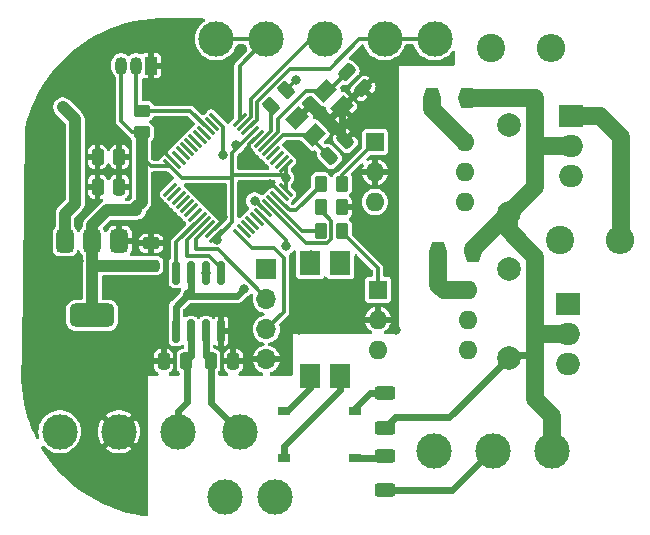
<source format=gbr>
%TF.GenerationSoftware,KiCad,Pcbnew,8.0.5-dirty*%
%TF.CreationDate,2024-11-05T15:40:07+03:00*%
%TF.ProjectId,switcher,73776974-6368-4657-922e-6b696361645f,rev?*%
%TF.SameCoordinates,Original*%
%TF.FileFunction,Copper,L1,Top*%
%TF.FilePolarity,Positive*%
%FSLAX46Y46*%
G04 Gerber Fmt 4.6, Leading zero omitted, Abs format (unit mm)*
G04 Created by KiCad (PCBNEW 8.0.5-dirty) date 2024-11-05 15:40:07*
%MOMM*%
%LPD*%
G01*
G04 APERTURE LIST*
G04 Aperture macros list*
%AMRoundRect*
0 Rectangle with rounded corners*
0 $1 Rounding radius*
0 $2 $3 $4 $5 $6 $7 $8 $9 X,Y pos of 4 corners*
0 Add a 4 corners polygon primitive as box body*
4,1,4,$2,$3,$4,$5,$6,$7,$8,$9,$2,$3,0*
0 Add four circle primitives for the rounded corners*
1,1,$1+$1,$2,$3*
1,1,$1+$1,$4,$5*
1,1,$1+$1,$6,$7*
1,1,$1+$1,$8,$9*
0 Add four rect primitives between the rounded corners*
20,1,$1+$1,$2,$3,$4,$5,0*
20,1,$1+$1,$4,$5,$6,$7,0*
20,1,$1+$1,$6,$7,$8,$9,0*
20,1,$1+$1,$8,$9,$2,$3,0*%
%AMRotRect*
0 Rectangle, with rotation*
0 The origin of the aperture is its center*
0 $1 length*
0 $2 width*
0 $3 Rotation angle, in degrees counterclockwise*
0 Add horizontal line*
21,1,$1,$2,0,0,$3*%
G04 Aperture macros list end*
%TA.AperFunction,ComponentPad*%
%ADD10C,3.000000*%
%TD*%
%TA.AperFunction,SMDPad,CuDef*%
%ADD11RoundRect,0.250000X-0.159099X0.512652X-0.512652X0.159099X0.159099X-0.512652X0.512652X-0.159099X0*%
%TD*%
%TA.AperFunction,SMDPad,CuDef*%
%ADD12RoundRect,0.250000X0.250000X0.475000X-0.250000X0.475000X-0.250000X-0.475000X0.250000X-0.475000X0*%
%TD*%
%TA.AperFunction,SMDPad,CuDef*%
%ADD13RoundRect,0.250000X-0.312500X-0.625000X0.312500X-0.625000X0.312500X0.625000X-0.312500X0.625000X0*%
%TD*%
%TA.AperFunction,ComponentPad*%
%ADD14C,2.000000*%
%TD*%
%TA.AperFunction,SMDPad,CuDef*%
%ADD15RoundRect,0.250000X-0.262500X-0.450000X0.262500X-0.450000X0.262500X0.450000X-0.262500X0.450000X0*%
%TD*%
%TA.AperFunction,SMDPad,CuDef*%
%ADD16RoundRect,0.250000X0.132583X-0.503814X0.503814X-0.132583X-0.132583X0.503814X-0.503814X0.132583X0*%
%TD*%
%TA.AperFunction,ComponentPad*%
%ADD17R,2.000000X1.905000*%
%TD*%
%TA.AperFunction,ComponentPad*%
%ADD18O,2.000000X1.905000*%
%TD*%
%TA.AperFunction,SMDPad,CuDef*%
%ADD19RoundRect,0.250000X-0.250000X-0.475000X0.250000X-0.475000X0.250000X0.475000X-0.250000X0.475000X0*%
%TD*%
%TA.AperFunction,SMDPad,CuDef*%
%ADD20RoundRect,0.150000X-0.150000X0.825000X-0.150000X-0.825000X0.150000X-0.825000X0.150000X0.825000X0*%
%TD*%
%TA.AperFunction,SMDPad,CuDef*%
%ADD21RotRect,1.600000X1.300000X45.000000*%
%TD*%
%TA.AperFunction,ComponentPad*%
%ADD22C,2.400000*%
%TD*%
%TA.AperFunction,ComponentPad*%
%ADD23O,2.400000X2.400000*%
%TD*%
%TA.AperFunction,ComponentPad*%
%ADD24R,1.050000X1.500000*%
%TD*%
%TA.AperFunction,ComponentPad*%
%ADD25O,1.050000X1.500000*%
%TD*%
%TA.AperFunction,ComponentPad*%
%ADD26R,1.600000X1.600000*%
%TD*%
%TA.AperFunction,ComponentPad*%
%ADD27O,1.600000X1.600000*%
%TD*%
%TA.AperFunction,SMDPad,CuDef*%
%ADD28R,1.000000X0.700000*%
%TD*%
%TA.AperFunction,SMDPad,CuDef*%
%ADD29RoundRect,0.250000X-0.625000X0.312500X-0.625000X-0.312500X0.625000X-0.312500X0.625000X0.312500X0*%
%TD*%
%TA.AperFunction,SMDPad,CuDef*%
%ADD30RoundRect,0.250000X0.475000X-0.250000X0.475000X0.250000X-0.475000X0.250000X-0.475000X-0.250000X0*%
%TD*%
%TA.AperFunction,SMDPad,CuDef*%
%ADD31RoundRect,0.250000X0.450000X-0.262500X0.450000X0.262500X-0.450000X0.262500X-0.450000X-0.262500X0*%
%TD*%
%TA.AperFunction,SMDPad,CuDef*%
%ADD32RoundRect,0.250000X0.512652X0.159099X0.159099X0.512652X-0.512652X-0.159099X-0.159099X-0.512652X0*%
%TD*%
%TA.AperFunction,ComponentPad*%
%ADD33R,1.700000X1.700000*%
%TD*%
%TA.AperFunction,ComponentPad*%
%ADD34O,1.700000X1.700000*%
%TD*%
%TA.AperFunction,SMDPad,CuDef*%
%ADD35R,1.780000X2.000000*%
%TD*%
%TA.AperFunction,SMDPad,CuDef*%
%ADD36RoundRect,0.075000X0.415425X0.521491X-0.521491X-0.415425X-0.415425X-0.521491X0.521491X0.415425X0*%
%TD*%
%TA.AperFunction,SMDPad,CuDef*%
%ADD37RoundRect,0.075000X-0.415425X0.521491X-0.521491X0.415425X0.415425X-0.521491X0.521491X-0.415425X0*%
%TD*%
%TA.AperFunction,SMDPad,CuDef*%
%ADD38RoundRect,0.375000X-0.375000X0.625000X-0.375000X-0.625000X0.375000X-0.625000X0.375000X0.625000X0*%
%TD*%
%TA.AperFunction,SMDPad,CuDef*%
%ADD39RoundRect,0.500000X-1.400000X0.500000X-1.400000X-0.500000X1.400000X-0.500000X1.400000X0.500000X0*%
%TD*%
%TA.AperFunction,ViaPad*%
%ADD40C,0.800000*%
%TD*%
%TA.AperFunction,Conductor*%
%ADD41C,0.300000*%
%TD*%
%TA.AperFunction,Conductor*%
%ADD42C,1.500000*%
%TD*%
%TA.AperFunction,Conductor*%
%ADD43C,0.600000*%
%TD*%
%TA.AperFunction,Conductor*%
%ADD44C,1.000000*%
%TD*%
G04 APERTURE END LIST*
D10*
%TO.P,TP11,1,1*%
%TO.N,/SW2*%
X135500000Y-61000000D03*
%TD*%
%TO.P,TP10,1,1*%
%TO.N,/SW1*%
X145500000Y-61000000D03*
%TD*%
%TO.P,TP9,1,1*%
%TO.N,GND*%
X136250000Y-99750000D03*
%TD*%
%TO.P,TP8,1,1*%
%TO.N,GND*%
X132000000Y-99750000D03*
%TD*%
%TO.P,TP7,1,1*%
%TO.N,/SW3*%
X140500000Y-61000000D03*
%TD*%
%TO.P,TP6,1,1*%
%TO.N,/SW2*%
X131250000Y-61000000D03*
%TD*%
%TO.P,TP5,1,1*%
%TO.N,/SW1*%
X149750000Y-61000000D03*
%TD*%
D11*
%TO.P,C2,1*%
%TO.N,GND*%
X142171751Y-69578249D03*
%TO.P,C2,2*%
%TO.N,Net-(U1-PF0)*%
X140828249Y-70921751D03*
%TD*%
D12*
%TO.P,C16,2*%
%TO.N,CANH*%
X130800000Y-88250000D03*
%TO.P,C16,1*%
%TO.N,GND*%
X132700000Y-88250000D03*
%TD*%
D13*
%TO.P,R18,1*%
%TO.N,Net-(R18-Pad1)*%
X149537500Y-66000000D03*
%TO.P,R18,2*%
%TO.N,/L*%
X152462500Y-66000000D03*
%TD*%
D10*
%TO.P,J1,1,Pin_1*%
%TO.N,/+24V*%
X118010000Y-94250000D03*
%TO.P,J1,2,Pin_2*%
%TO.N,GND*%
X123010000Y-94250000D03*
%TO.P,J1,3,Pin_3*%
%TO.N,CANL*%
X128010000Y-94250000D03*
%TO.P,J1,4,Pin_4*%
%TO.N,CANH*%
X133250000Y-94250000D03*
%TD*%
D14*
%TO.P,C18,1*%
%TO.N,/L*%
X156000000Y-75750000D03*
%TO.P,C18,2*%
%TO.N,Net-(C18-Pad2)*%
X156000000Y-68250000D03*
%TD*%
D15*
%TO.P,R17,1*%
%TO.N,/DIM2*%
X140087500Y-73250000D03*
%TO.P,R17,2*%
%TO.N,Net-(R17-Pad2)*%
X141912500Y-73250000D03*
%TD*%
D12*
%TO.P,C17,1*%
%TO.N,CANL*%
X128700000Y-88250000D03*
%TO.P,C17,2*%
%TO.N,GND*%
X126800000Y-88250000D03*
%TD*%
D16*
%TO.P,R6,2*%
%TO.N,+3.3V*%
X137145235Y-65354765D03*
%TO.P,R6,1*%
%TO.N,/NRST*%
X135854765Y-66645235D03*
%TD*%
D17*
%TO.P,Q2,1,A1*%
%TO.N,/LOAD_2*%
X161250000Y-67500000D03*
D18*
%TO.P,Q2,2,A2*%
%TO.N,/L*%
X161250000Y-70040000D03*
%TO.P,Q2,3,G*%
%TO.N,Net-(Q2-G)*%
X161250000Y-72580000D03*
%TD*%
D14*
%TO.P,C19,1*%
%TO.N,/L*%
X156000000Y-88000000D03*
%TO.P,C19,2*%
%TO.N,Net-(C19-Pad2)*%
X156000000Y-80500000D03*
%TD*%
D19*
%TO.P,C12,1*%
%TO.N,+5V*%
X119300000Y-71000000D03*
%TO.P,C12,2*%
%TO.N,GND*%
X121200000Y-71000000D03*
%TD*%
D17*
%TO.P,Q1,1,A1*%
%TO.N,/LOAD_1*%
X161055000Y-83460000D03*
D18*
%TO.P,Q1,2,A2*%
%TO.N,/L*%
X161055000Y-86000000D03*
%TO.P,Q1,3,G*%
%TO.N,Net-(Q1-G)*%
X161055000Y-88540000D03*
%TD*%
D20*
%TO.P,U7,1,TXD*%
%TO.N,/CAN_TX*%
X131655000Y-80775000D03*
%TO.P,U7,2,GND*%
%TO.N,GND*%
X130385000Y-80775000D03*
%TO.P,U7,3,VCC*%
%TO.N,+5V*%
X129115000Y-80775000D03*
%TO.P,U7,4,RXD*%
%TO.N,/CAN_RX*%
X127845000Y-80775000D03*
%TO.P,U7,5,VIO*%
%TO.N,+5V*%
X127845000Y-85725000D03*
%TO.P,U7,6,CANL*%
%TO.N,CANL*%
X129115000Y-85725000D03*
%TO.P,U7,7,CANH*%
%TO.N,CANH*%
X130385000Y-85725000D03*
%TO.P,U7,8,S*%
%TO.N,GND*%
X131655000Y-85725000D03*
%TD*%
D21*
%TO.P,Y1,1,1*%
%TO.N,Net-(U1-PF0)*%
X139540381Y-69123833D03*
%TO.P,Y1,2,2*%
%TO.N,GND*%
X141873833Y-66790381D03*
%TO.P,Y1,3,3*%
%TO.N,Net-(U1-PF1)*%
X140459619Y-65376167D03*
%TO.P,Y1,4,4*%
%TO.N,GND*%
X138126167Y-67709619D03*
%TD*%
D22*
%TO.P,R21,1*%
%TO.N,Net-(C19-Pad2)*%
X160385000Y-78000000D03*
D23*
%TO.P,R21,2*%
%TO.N,/LOAD_2*%
X165465000Y-78000000D03*
%TD*%
D13*
%TO.P,R14,1*%
%TO.N,Net-(R14-Pad1)*%
X150037500Y-79000000D03*
%TO.P,R14,2*%
%TO.N,/L*%
X152962500Y-79000000D03*
%TD*%
D24*
%TO.P,U3,1,GND*%
%TO.N,GND*%
X125750000Y-63250000D03*
D25*
%TO.P,U3,2,DQ*%
%TO.N,/OneWire*%
X124480000Y-63250000D03*
%TO.P,U3,3,V_{DD}*%
%TO.N,+3.3V*%
X123210000Y-63250000D03*
%TD*%
D26*
%TO.P,U6,1*%
%TO.N,Net-(R17-Pad2)*%
X144700000Y-69725000D03*
D27*
%TO.P,U6,2*%
%TO.N,GND*%
X144700000Y-72265000D03*
%TO.P,U6,3,NC*%
%TO.N,unconnected-(U6-NC-Pad3)*%
X144700000Y-74805000D03*
%TO.P,U6,4*%
%TO.N,Net-(Q2-G)*%
X152320000Y-74805000D03*
%TO.P,U6,5,NC*%
%TO.N,unconnected-(U6-NC-Pad5)*%
X152320000Y-72265000D03*
%TO.P,U6,6*%
%TO.N,Net-(R18-Pad1)*%
X152320000Y-69725000D03*
%TD*%
D15*
%TO.P,R7,1*%
%TO.N,Net-(U1-BOOT0)*%
X140087500Y-75250000D03*
%TO.P,R7,2*%
%TO.N,GND*%
X141912500Y-75250000D03*
%TD*%
%TO.P,R15,1*%
%TO.N,/DIM*%
X140100000Y-77250000D03*
%TO.P,R15,2*%
%TO.N,Net-(R15-Pad2)*%
X141925000Y-77250000D03*
%TD*%
D10*
%TO.P,J7,1,Pin_1*%
%TO.N,/LOAD_1*%
X149700000Y-95900000D03*
%TO.P,J7,2,Pin_2*%
%TO.N,/LOAD_2*%
X154700000Y-95900000D03*
%TO.P,J7,3,Pin_3*%
%TO.N,/L*%
X159700000Y-95900000D03*
%TD*%
D28*
%TO.P,D2,1*%
%TO.N,Net-(D2-Pad1)*%
X142975000Y-96500000D03*
%TO.P,D2,2*%
%TO.N,Net-(D2-Pad2)*%
X142975000Y-92500000D03*
%TO.P,D2,3,+*%
%TO.N,Net-(D2-+)*%
X137025000Y-92500000D03*
%TO.P,D2,4,-*%
%TO.N,Net-(D2--)*%
X137025000Y-96500000D03*
%TD*%
D29*
%TO.P,R12,1*%
%TO.N,Net-(D2-Pad2)*%
X145500000Y-91000000D03*
%TO.P,R12,2*%
%TO.N,/L*%
X145500000Y-93925000D03*
%TD*%
%TO.P,R13,1*%
%TO.N,Net-(D2-Pad1)*%
X145500000Y-96287500D03*
%TO.P,R13,2*%
%TO.N,/LOAD_2*%
X145500000Y-99212500D03*
%TD*%
D22*
%TO.P,R20,1*%
%TO.N,Net-(C18-Pad2)*%
X154485000Y-61750000D03*
D23*
%TO.P,R20,2*%
%TO.N,/LOAD_1*%
X159565000Y-61750000D03*
%TD*%
D12*
%TO.P,C5,1*%
%TO.N,+3.3V*%
X124950000Y-71000000D03*
%TO.P,C5,2*%
%TO.N,GND*%
X123050000Y-71000000D03*
%TD*%
D30*
%TO.P,C13,1*%
%TO.N,+3.3V*%
X125750000Y-80200000D03*
%TO.P,C13,2*%
%TO.N,GND*%
X125750000Y-78300000D03*
%TD*%
D31*
%TO.P,R3,1*%
%TO.N,+3.3V*%
X125000000Y-68912500D03*
%TO.P,R3,2*%
%TO.N,/OneWire*%
X125000000Y-67087500D03*
%TD*%
D32*
%TO.P,C3,2*%
%TO.N,Net-(U1-PF1)*%
X142328249Y-63828249D03*
%TO.P,C3,1*%
%TO.N,GND*%
X143671751Y-65171751D03*
%TD*%
D26*
%TO.P,U5,1*%
%TO.N,Net-(R15-Pad2)*%
X144950000Y-82225000D03*
D27*
%TO.P,U5,2*%
%TO.N,GND*%
X144950000Y-84765000D03*
%TO.P,U5,3,NC*%
%TO.N,unconnected-(U5-NC-Pad3)*%
X144950000Y-87305000D03*
%TO.P,U5,4*%
%TO.N,Net-(Q1-G)*%
X152570000Y-87305000D03*
%TO.P,U5,5,NC*%
%TO.N,unconnected-(U5-NC-Pad5)*%
X152570000Y-84765000D03*
%TO.P,U5,6*%
%TO.N,Net-(R14-Pad1)*%
X152570000Y-82225000D03*
%TD*%
D19*
%TO.P,C10,1*%
%TO.N,+5V*%
X119300000Y-73500000D03*
%TO.P,C10,2*%
%TO.N,GND*%
X121200000Y-73500000D03*
%TD*%
D33*
%TO.P,J4,1,Pin_1*%
%TO.N,+3.3V*%
X135500000Y-80500000D03*
D34*
%TO.P,J4,2,Pin_2*%
%TO.N,/SWDIO*%
X135500000Y-83040000D03*
%TO.P,J4,3,Pin_3*%
%TO.N,/SWCLK*%
X135500000Y-85580000D03*
%TO.P,J4,4,Pin_4*%
%TO.N,GND*%
X135500000Y-88120000D03*
%TD*%
D12*
%TO.P,C8,1*%
%TO.N,+3.3V*%
X124950000Y-73500000D03*
%TO.P,C8,2*%
%TO.N,GND*%
X123050000Y-73500000D03*
%TD*%
D35*
%TO.P,U4,1*%
%TO.N,Net-(D2-+)*%
X139210000Y-89515000D03*
%TO.P,U4,2*%
%TO.N,Net-(D2--)*%
X141750000Y-89515000D03*
%TO.P,U4,3*%
%TO.N,/SINC*%
X141750000Y-79985000D03*
%TO.P,U4,4*%
%TO.N,+3.3V*%
X139210000Y-79985000D03*
%TD*%
D36*
%TO.P,U1,1,VBAT*%
%TO.N,+3.3V*%
X137137876Y-71751212D03*
%TO.P,U1,2,PC13*%
%TO.N,unconnected-(U1-PC13-Pad2)*%
X136784322Y-71397658D03*
%TO.P,U1,3,PC14*%
%TO.N,unconnected-(U1-PC14-Pad3)*%
X136430769Y-71044105D03*
%TO.P,U1,4,PC15*%
%TO.N,unconnected-(U1-PC15-Pad4)*%
X136077215Y-70690551D03*
%TO.P,U1,5,PF0*%
%TO.N,Net-(U1-PF0)*%
X135723662Y-70336998D03*
%TO.P,U1,6,PF1*%
%TO.N,Net-(U1-PF1)*%
X135370109Y-69983445D03*
%TO.P,U1,7,NRST*%
%TO.N,/NRST*%
X135016555Y-69629891D03*
%TO.P,U1,8,VSSA*%
%TO.N,GND*%
X134663002Y-69276338D03*
%TO.P,U1,9,VDDA*%
%TO.N,+3.3V*%
X134309449Y-68922785D03*
%TO.P,U1,10,PA0*%
%TO.N,/SW1*%
X133955895Y-68569231D03*
%TO.P,U1,11,PA1*%
%TO.N,/SW3*%
X133602342Y-68215678D03*
%TO.P,U1,12,PA2*%
%TO.N,/SW2*%
X133248788Y-67862124D03*
D37*
%TO.P,U1,13,PA3*%
%TO.N,/SINC*%
X131251212Y-67862124D03*
%TO.P,U1,14,PA4*%
%TO.N,unconnected-(U1-PA4-Pad14)*%
X130897658Y-68215678D03*
%TO.P,U1,15,PA5*%
%TO.N,/OneWire*%
X130544105Y-68569231D03*
%TO.P,U1,16,PA6*%
%TO.N,unconnected-(U1-PA6-Pad16)*%
X130190551Y-68922785D03*
%TO.P,U1,17,PA7*%
%TO.N,unconnected-(U1-PA7-Pad17)*%
X129836998Y-69276338D03*
%TO.P,U1,18,PB0*%
%TO.N,unconnected-(U1-PB0-Pad18)*%
X129483445Y-69629891D03*
%TO.P,U1,19,PB1*%
%TO.N,unconnected-(U1-PB1-Pad19)*%
X129129891Y-69983445D03*
%TO.P,U1,20,PB2*%
%TO.N,unconnected-(U1-PB2-Pad20)*%
X128776338Y-70336998D03*
%TO.P,U1,21,PB10*%
%TO.N,unconnected-(U1-PB10-Pad21)*%
X128422785Y-70690551D03*
%TO.P,U1,22,PB11*%
%TO.N,unconnected-(U1-PB11-Pad22)*%
X128069231Y-71044105D03*
%TO.P,U1,23,VSS*%
%TO.N,GND*%
X127715678Y-71397658D03*
%TO.P,U1,24,VDD*%
%TO.N,+3.3V*%
X127362124Y-71751212D03*
D36*
%TO.P,U1,25,PB12*%
%TO.N,unconnected-(U1-PB12-Pad25)*%
X127362124Y-73748788D03*
%TO.P,U1,26,PB13*%
%TO.N,unconnected-(U1-PB13-Pad26)*%
X127715678Y-74102342D03*
%TO.P,U1,27,PB14*%
%TO.N,unconnected-(U1-PB14-Pad27)*%
X128069231Y-74455895D03*
%TO.P,U1,28,PB15*%
%TO.N,unconnected-(U1-PB15-Pad28)*%
X128422785Y-74809449D03*
%TO.P,U1,29,PA8*%
%TO.N,unconnected-(U1-PA8-Pad29)*%
X128776338Y-75163002D03*
%TO.P,U1,30,PA9*%
%TO.N,/UART_TX*%
X129129891Y-75516555D03*
%TO.P,U1,31,PA10*%
%TO.N,/UART_RX*%
X129483445Y-75870109D03*
%TO.P,U1,32,PA11*%
%TO.N,/CAN_RX*%
X129836998Y-76223662D03*
%TO.P,U1,33,PA12*%
%TO.N,/CAN_TX*%
X130190551Y-76577215D03*
%TO.P,U1,34,PA13*%
%TO.N,/SWDIO*%
X130544105Y-76930769D03*
%TO.P,U1,35,VSS*%
%TO.N,GND*%
X130897658Y-77284322D03*
%TO.P,U1,36,VDDIO2*%
%TO.N,+3.3V*%
X131251212Y-77637876D03*
D37*
%TO.P,U1,37,PA14*%
%TO.N,/SWCLK*%
X133248788Y-77637876D03*
%TO.P,U1,38,PA15*%
%TO.N,unconnected-(U1-PA15-Pad38)*%
X133602342Y-77284322D03*
%TO.P,U1,39,PB3*%
%TO.N,unconnected-(U1-PB3-Pad39)*%
X133955895Y-76930769D03*
%TO.P,U1,40,PB4*%
%TO.N,unconnected-(U1-PB4-Pad40)*%
X134309449Y-76577215D03*
%TO.P,U1,41,PB5*%
%TO.N,unconnected-(U1-PB5-Pad41)*%
X134663002Y-76223662D03*
%TO.P,U1,42,PB6*%
%TO.N,/SCL*%
X135016555Y-75870109D03*
%TO.P,U1,43,PB7*%
%TO.N,/SDA*%
X135370109Y-75516555D03*
%TO.P,U1,44,BOOT0*%
%TO.N,Net-(U1-BOOT0)*%
X135723662Y-75163002D03*
%TO.P,U1,45,PB8*%
%TO.N,/DIM*%
X136077215Y-74809449D03*
%TO.P,U1,46,PB9*%
%TO.N,/DIM2*%
X136430769Y-74455895D03*
%TO.P,U1,47,VSS*%
%TO.N,GND*%
X136784322Y-74102342D03*
%TO.P,U1,48,VDD*%
%TO.N,+3.3V*%
X137137876Y-73748788D03*
%TD*%
D38*
%TO.P,U2,1,GND*%
%TO.N,GND*%
X123050000Y-78100000D03*
%TO.P,U2,2,VO*%
%TO.N,+3.3V*%
X120750000Y-78100000D03*
D39*
X120750000Y-84400000D03*
D38*
%TO.P,U2,3,VI*%
%TO.N,+5V*%
X118450000Y-78100000D03*
%TD*%
D40*
%TO.N,GND*%
X140800000Y-68000000D03*
X146300000Y-80000000D03*
X147600000Y-62600000D03*
X145300000Y-65900000D03*
X138000000Y-70300000D03*
X143100000Y-68100000D03*
X143900000Y-62600000D03*
X139300000Y-66600000D03*
X146300000Y-76500000D03*
X146500000Y-85600000D03*
X138300000Y-85600000D03*
X137200000Y-88900000D03*
X120800000Y-87100000D03*
X130700000Y-84100000D03*
X124200000Y-83100000D03*
X120600000Y-75100000D03*
X119600000Y-79800000D03*
X116700000Y-76100000D03*
X117500000Y-70900000D03*
X122000000Y-68300000D03*
X127700000Y-65100000D03*
X127100000Y-76000000D03*
X126700000Y-72900000D03*
X129700000Y-73700000D03*
X131500000Y-73600000D03*
X133800000Y-73500000D03*
X138700000Y-72400000D03*
X139800000Y-82200000D03*
X144200000Y-76500000D03*
X141912500Y-75250000D03*
%TO.N,+5V*%
X118400000Y-78700000D03*
%TO.N,GND*%
X134000000Y-70600000D03*
X135767928Y-73304819D03*
X131800000Y-76100000D03*
X126618020Y-70300000D03*
%TO.N,/SINC*%
X131800000Y-70800000D03*
%TO.N,+3.3V*%
X132943761Y-70000000D03*
X139250000Y-79250000D03*
X138000000Y-64500000D03*
X131316371Y-78001979D03*
X137137876Y-72750000D03*
%TO.N,/SINC*%
X141750000Y-79985000D03*
%TO.N,/SDA*%
X134492850Y-74681999D03*
%TO.N,/SCL*%
X137151971Y-78545599D03*
%TO.N,+5V*%
X133609314Y-82140686D03*
%TO.N,GND*%
X130384994Y-80774997D03*
%TO.N,+5V*%
X128875000Y-82625000D03*
X119300000Y-68500000D03*
X119000000Y-67500000D03*
X118250000Y-66750000D03*
%TD*%
D41*
%TO.N,Net-(U1-BOOT0)*%
X135723662Y-75163002D02*
X138860660Y-78300000D01*
X140617956Y-78300000D02*
X141000000Y-77917956D01*
X138860660Y-78300000D02*
X140617956Y-78300000D01*
X141000000Y-77917956D02*
X141000000Y-76400000D01*
X141000000Y-76400000D02*
X140087500Y-75487500D01*
X140087500Y-75487500D02*
X140087500Y-75250000D01*
%TO.N,GND*%
X139300000Y-66600000D02*
X139235786Y-66600000D01*
X139235786Y-66600000D02*
X138126167Y-67709619D01*
D42*
%TO.N,/L*%
X158250000Y-70000000D02*
X158250000Y-73500000D01*
X158250000Y-73500000D02*
X156000000Y-75750000D01*
X157300000Y-78500000D02*
X156000000Y-77200000D01*
X156000000Y-77200000D02*
X156000000Y-75750000D01*
X158250000Y-86000000D02*
X158250000Y-79450000D01*
X158250000Y-79450000D02*
X157300000Y-78500000D01*
D41*
%TO.N,GND*%
X134663002Y-69276338D02*
X134068594Y-69870744D01*
X134068594Y-69870744D02*
X134068594Y-70219888D01*
X134068594Y-70219888D02*
X134068594Y-70531406D01*
X134068594Y-70531406D02*
X134000000Y-70600000D01*
%TO.N,+3.3V*%
X132745181Y-72504819D02*
X132500000Y-72750000D01*
%TO.N,GND*%
X135800000Y-73400000D02*
X135800000Y-73336891D01*
%TO.N,+3.3V*%
X136892695Y-72504819D02*
X132745181Y-72504819D01*
X137137876Y-72750000D02*
X136892695Y-72504819D01*
%TO.N,GND*%
X136784322Y-74102342D02*
X136081980Y-73400000D01*
X136081980Y-73400000D02*
X135800000Y-73400000D01*
X135800000Y-73336891D02*
X135767928Y-73304819D01*
%TO.N,+3.3V*%
X132600000Y-72850000D02*
X132500000Y-72750000D01*
X131463343Y-77637876D02*
X132600000Y-76501219D01*
X131251212Y-77637876D02*
X131463343Y-77637876D01*
X132600000Y-76501219D02*
X132600000Y-72850000D01*
%TO.N,GND*%
X130897658Y-77284322D02*
X131800000Y-76381980D01*
X131800000Y-76381980D02*
X131800000Y-76100000D01*
%TO.N,+3.3V*%
X125701212Y-71751212D02*
X124950000Y-71000000D01*
%TO.N,GND*%
X126600000Y-70300000D02*
X126618020Y-70300000D01*
%TO.N,+3.3V*%
X127362124Y-71751212D02*
X125701212Y-71751212D01*
%TO.N,GND*%
X127715678Y-71397658D02*
X126618020Y-70300000D01*
%TO.N,+3.3V*%
X132600000Y-72650000D02*
X132500000Y-72750000D01*
X132600000Y-70632234D02*
X132600000Y-72650000D01*
X134309449Y-68922785D02*
X132600000Y-70632234D01*
%TO.N,/SINC*%
X131251212Y-67862124D02*
X131845619Y-68456531D01*
X131845619Y-70754381D02*
X131800000Y-70800000D01*
X131845619Y-68456531D02*
X131845619Y-70754381D01*
%TO.N,/SW1*%
X140878680Y-63500000D02*
X143378680Y-61000000D01*
X134700000Y-67825126D02*
X134700000Y-66315076D01*
X143378680Y-61000000D02*
X145500000Y-61000000D01*
X137515076Y-63500000D02*
X140878680Y-63500000D01*
X134700000Y-66315076D02*
X137515076Y-63500000D01*
X133955895Y-68569231D02*
X134700000Y-67825126D01*
%TO.N,/SW3*%
X139307970Y-61000000D02*
X140500000Y-61000000D01*
X133602342Y-68215678D02*
X134200000Y-67618020D01*
X134200000Y-67618020D02*
X134200000Y-66107970D01*
X134200000Y-66107970D02*
X139307970Y-61000000D01*
%TO.N,/SW2*%
X135500000Y-61000000D02*
X131250000Y-61000000D01*
X133248788Y-67862124D02*
X133248788Y-63251212D01*
X133248788Y-63251212D02*
X135500000Y-61000000D01*
%TO.N,/SW1*%
X149750000Y-61000000D02*
X145500000Y-61000000D01*
%TO.N,/SCL*%
X135610963Y-76464515D02*
X137151971Y-78005523D01*
X137151971Y-78005523D02*
X137151971Y-78545599D01*
X135016555Y-75870109D02*
X135610963Y-76464515D01*
%TO.N,/SWCLK*%
X137000000Y-84080000D02*
X137000000Y-79500000D01*
X136975000Y-79500000D02*
X136169544Y-78694544D01*
X135500000Y-85580000D02*
X137000000Y-84080000D01*
X137000000Y-79500000D02*
X136975000Y-79500000D01*
X134305456Y-78694544D02*
X133248788Y-77637876D01*
X136169544Y-78694544D02*
X134305456Y-78694544D01*
D43*
%TO.N,+5V*%
X133000000Y-82750000D02*
X133609314Y-82140686D01*
D41*
%TO.N,+3.3V*%
X131251212Y-77637876D02*
X131251212Y-77936820D01*
X131251212Y-77936820D02*
X131316371Y-78001979D01*
%TO.N,/CAN_TX*%
X128750000Y-79346144D02*
X128750000Y-78017766D01*
D43*
%TO.N,+5V*%
X128875000Y-82625000D02*
X129000000Y-82750000D01*
X129000000Y-82750000D02*
X133000000Y-82750000D01*
D41*
%TO.N,/SWDIO*%
X130544105Y-76930769D02*
X130544103Y-76930769D01*
X130544103Y-76930769D02*
X129500000Y-77974872D01*
X129500000Y-77974872D02*
X129500000Y-78750000D01*
%TO.N,/CAN_TX*%
X130792894Y-79500000D02*
X130639038Y-79346144D01*
X128750000Y-78017766D02*
X130190551Y-76577215D01*
X130639038Y-79346144D02*
X128750000Y-79346144D01*
X131655000Y-80358738D02*
X130796262Y-79500000D01*
X130796262Y-79500000D02*
X130792894Y-79500000D01*
X131655000Y-80775000D02*
X131655000Y-80358738D01*
%TO.N,/SWDIO*%
X129500000Y-78750000D02*
X129551979Y-78801979D01*
X129551979Y-78801979D02*
X131401979Y-78801979D01*
X131401979Y-78801979D02*
X135500000Y-82900000D01*
X135500000Y-82900000D02*
X135500000Y-83040000D01*
%TO.N,/CAN_RX*%
X127845000Y-80775000D02*
X127845000Y-78215660D01*
X127845000Y-78215660D02*
X129836998Y-76223662D01*
%TO.N,+3.3V*%
X132500000Y-72750000D02*
X128360912Y-72750000D01*
X128360912Y-72750000D02*
X127362124Y-71751212D01*
D42*
%TO.N,/L*%
X158250000Y-91500000D02*
X158250000Y-87750000D01*
X158250000Y-87750000D02*
X158250000Y-86000000D01*
D43*
X156000000Y-88000000D02*
X156250000Y-87750000D01*
X156250000Y-87750000D02*
X158250000Y-87750000D01*
D42*
%TO.N,Net-(R14-Pad1)*%
X150037500Y-79000000D02*
X150037500Y-81787500D01*
X150037500Y-81787500D02*
X150500000Y-82250000D01*
X150500000Y-82250000D02*
X150525000Y-82225000D01*
X150525000Y-82225000D02*
X152570000Y-82225000D01*
%TO.N,/L*%
X152962500Y-79000000D02*
X152962500Y-78787500D01*
X152962500Y-78787500D02*
X156000000Y-75750000D01*
%TO.N,/LOAD_2*%
X161250000Y-67500000D02*
X163750000Y-67500000D01*
X163750000Y-67500000D02*
X165565000Y-69315000D01*
X165565000Y-69315000D02*
X165565000Y-78000000D01*
%TO.N,Net-(R18-Pad1)*%
X149537500Y-66000000D02*
X149537500Y-66942500D01*
X149537500Y-66942500D02*
X152320000Y-69725000D01*
%TO.N,/L*%
X158250000Y-66000000D02*
X152462500Y-66000000D01*
X161055000Y-86000000D02*
X158250000Y-86000000D01*
X158250000Y-70000000D02*
X158250000Y-66000000D01*
X161250000Y-70040000D02*
X158290000Y-70040000D01*
X158290000Y-70040000D02*
X158250000Y-70000000D01*
X159700000Y-95750000D02*
X159700000Y-92950000D01*
X159700000Y-92950000D02*
X158250000Y-91500000D01*
D43*
%TO.N,GND*%
X141873833Y-66790381D02*
X141873833Y-69280331D01*
X141873833Y-69280331D02*
X142171751Y-69578249D01*
X143671751Y-65171751D02*
X143492463Y-65171751D01*
X143492463Y-65171751D02*
X141873833Y-66790381D01*
%TO.N,/L*%
X145500000Y-93925000D02*
X146425000Y-93000000D01*
X146425000Y-93000000D02*
X151000000Y-93000000D01*
X151000000Y-93000000D02*
X156000000Y-88000000D01*
%TO.N,/LOAD_2*%
X145500000Y-99212500D02*
X151237500Y-99212500D01*
X151237500Y-99212500D02*
X154700000Y-95750000D01*
%TO.N,Net-(D2-Pad1)*%
X142975000Y-96500000D02*
X145287500Y-96500000D01*
X145287500Y-96500000D02*
X145500000Y-96287500D01*
%TO.N,Net-(D2-Pad2)*%
X142975000Y-92500000D02*
X142975000Y-92275000D01*
X142975000Y-92275000D02*
X144250000Y-91000000D01*
X144250000Y-91000000D02*
X145500000Y-91000000D01*
%TO.N,Net-(D2--)*%
X137025000Y-96500000D02*
X137025000Y-95475000D01*
X137025000Y-95475000D02*
X141750000Y-90750000D01*
X141750000Y-90750000D02*
X141750000Y-89515000D01*
%TO.N,Net-(D2-+)*%
X137025000Y-92500000D02*
X137250000Y-92500000D01*
X137250000Y-92500000D02*
X139210000Y-90540000D01*
X139210000Y-90540000D02*
X139210000Y-89515000D01*
%TO.N,CANH*%
X133250000Y-94250000D02*
X130800000Y-91800000D01*
X130800000Y-91800000D02*
X130800000Y-88250000D01*
%TO.N,CANL*%
X128010000Y-94250000D02*
X128010000Y-92490000D01*
X128010000Y-92490000D02*
X128750000Y-91750000D01*
X128750000Y-91750000D02*
X128750000Y-88300000D01*
X128750000Y-88300000D02*
X128700000Y-88250000D01*
%TO.N,CANH*%
X130385000Y-85725000D02*
X130385000Y-87835000D01*
X130385000Y-87835000D02*
X130800000Y-88250000D01*
%TO.N,CANL*%
X129115000Y-85725000D02*
X129115000Y-87835000D01*
X129115000Y-87835000D02*
X128700000Y-88250000D01*
D41*
%TO.N,+3.3V*%
X123210000Y-63250000D02*
X123210000Y-67960000D01*
X123210000Y-67960000D02*
X124162500Y-68912500D01*
X124162500Y-68912500D02*
X125000000Y-68912500D01*
%TO.N,/OneWire*%
X130544105Y-68569231D02*
X129062374Y-67087500D01*
X129062374Y-67087500D02*
X125000000Y-67087500D01*
X125000000Y-67087500D02*
X124500000Y-66587500D01*
X124500000Y-66587500D02*
X124500000Y-63860000D01*
%TO.N,Net-(R17-Pad2)*%
X141912500Y-73250000D02*
X141912500Y-72512500D01*
X141912500Y-72512500D02*
X144700000Y-69725000D01*
%TO.N,Net-(U1-PF0)*%
X135723662Y-70336998D02*
X136936827Y-69123833D01*
X136936827Y-69123833D02*
X139540381Y-69123833D01*
X139540381Y-69123833D02*
X139540381Y-69633883D01*
X139540381Y-69633883D02*
X140828249Y-70921751D01*
%TO.N,Net-(U1-PF1)*%
X138873833Y-65376167D02*
X140459619Y-65376167D01*
X136500000Y-67750000D02*
X138873833Y-65376167D01*
X136500000Y-68853554D02*
X136500000Y-67750000D01*
X135370109Y-69983445D02*
X136500000Y-68853554D01*
X140459619Y-65376167D02*
X140780331Y-65376167D01*
X140780331Y-65376167D02*
X142328249Y-63828249D01*
X135370109Y-69983445D02*
X135964515Y-69389037D01*
X135964515Y-69389037D02*
X135979719Y-69373833D01*
%TO.N,/NRST*%
X135016555Y-69629891D02*
X135610963Y-69035485D01*
X135610963Y-69035485D02*
X135854765Y-68791683D01*
X135854765Y-68791683D02*
X135854765Y-66645235D01*
%TO.N,+3.3V*%
X138000000Y-64500000D02*
X137145235Y-65354765D01*
X137137876Y-73748788D02*
X137137876Y-72750000D01*
X137137876Y-72750000D02*
X137137876Y-71751212D01*
%TO.N,/DIM2*%
X140087500Y-73250000D02*
X140087500Y-73412500D01*
X137025175Y-75050303D02*
X136430769Y-74455895D01*
X140087500Y-73412500D02*
X138000000Y-75500000D01*
X138000000Y-75500000D02*
X137474872Y-75500000D01*
X137474872Y-75500000D02*
X137025175Y-75050303D01*
%TO.N,/DIM*%
X140000000Y-77250000D02*
X138517766Y-77250000D01*
X138517766Y-77250000D02*
X136077215Y-74809449D01*
%TO.N,Net-(R15-Pad2)*%
X144950000Y-82225000D02*
X144950000Y-80375000D01*
X144950000Y-80375000D02*
X141825000Y-77250000D01*
%TO.N,/SDA*%
X134492850Y-74681999D02*
X134535553Y-74681999D01*
X134535553Y-74681999D02*
X135370109Y-75516555D01*
D43*
%TO.N,+5V*%
X127845000Y-83655000D02*
X128875000Y-82625000D01*
X128875000Y-82625000D02*
X129115000Y-82385000D01*
X127845000Y-85725000D02*
X127845000Y-83655000D01*
X129115000Y-82385000D02*
X129115000Y-80775000D01*
D44*
%TO.N,+3.3V*%
X120750000Y-78100000D02*
X120750000Y-80250000D01*
X120750000Y-80250000D02*
X120750000Y-84400000D01*
X125750000Y-80200000D02*
X120800000Y-80200000D01*
X120800000Y-80200000D02*
X120750000Y-80250000D01*
X120750000Y-78100000D02*
X120750000Y-76750000D01*
X120750000Y-76750000D02*
X122000000Y-75500000D01*
X122000000Y-75500000D02*
X124500000Y-75500000D01*
X124500000Y-75500000D02*
X124500000Y-75250000D01*
X124500000Y-75250000D02*
X124950000Y-74800000D01*
X124950000Y-74800000D02*
X124950000Y-73500000D01*
X124950000Y-71000000D02*
X124950000Y-68962500D01*
X124950000Y-68962500D02*
X125000000Y-68912500D01*
X124950000Y-73500000D02*
X124950000Y-71000000D01*
%TO.N,+5V*%
X119300000Y-68500000D02*
X119300000Y-67800000D01*
X119000000Y-67500000D02*
X118250000Y-66750000D01*
X119300000Y-73500000D02*
X119300000Y-74950000D01*
X119300000Y-74950000D02*
X118450000Y-75800000D01*
X118450000Y-75800000D02*
X118450000Y-78100000D01*
X119300000Y-71000000D02*
X119300000Y-73500000D01*
X119300000Y-71000000D02*
X119300000Y-68500000D01*
X119300000Y-67800000D02*
X119000000Y-67500000D01*
%TD*%
%TA.AperFunction,Conductor*%
%TO.N,GND*%
G36*
X130212004Y-59269962D02*
G01*
X130266542Y-59324500D01*
X130286504Y-59399000D01*
X130266542Y-59473500D01*
X130221438Y-59522108D01*
X130194781Y-59540283D01*
X130124259Y-59588364D01*
X129926438Y-59771915D01*
X129758189Y-59982892D01*
X129758184Y-59982900D01*
X129623257Y-60216601D01*
X129623255Y-60216606D01*
X129524665Y-60467805D01*
X129524663Y-60467812D01*
X129464618Y-60730886D01*
X129464615Y-60730909D01*
X129444451Y-60999994D01*
X129444451Y-61000005D01*
X129464615Y-61269090D01*
X129464618Y-61269113D01*
X129524663Y-61532187D01*
X129524665Y-61532194D01*
X129623255Y-61783393D01*
X129623257Y-61783398D01*
X129758185Y-62017102D01*
X129926439Y-62228085D01*
X130124259Y-62411635D01*
X130347226Y-62563651D01*
X130590359Y-62680738D01*
X130848228Y-62760280D01*
X131115071Y-62800500D01*
X131115074Y-62800500D01*
X131384926Y-62800500D01*
X131384929Y-62800500D01*
X131651772Y-62760280D01*
X131909641Y-62680738D01*
X132152775Y-62563651D01*
X132375741Y-62411635D01*
X132573561Y-62228085D01*
X132741815Y-62017102D01*
X132876743Y-61783398D01*
X132970283Y-61545063D01*
X133016083Y-61483007D01*
X133086776Y-61452164D01*
X133108983Y-61450500D01*
X133641017Y-61450500D01*
X133715517Y-61470462D01*
X133770055Y-61525000D01*
X133779717Y-61545064D01*
X133873255Y-61783394D01*
X133873262Y-61783407D01*
X133891580Y-61815136D01*
X133911542Y-61889636D01*
X133891579Y-61964136D01*
X133867901Y-61994994D01*
X132888297Y-62974600D01*
X132888296Y-62974601D01*
X132828989Y-63077325D01*
X132828989Y-63077326D01*
X132822501Y-63101539D01*
X132798288Y-63191899D01*
X132798288Y-67613803D01*
X132778326Y-67688303D01*
X132754647Y-67719162D01*
X132436580Y-68037228D01*
X132419979Y-68059492D01*
X132395209Y-68092711D01*
X132385571Y-68105636D01*
X132384115Y-68104550D01*
X132341080Y-68150972D01*
X132267388Y-68173737D01*
X132192186Y-68156607D01*
X132156394Y-68130203D01*
X131076107Y-67049916D01*
X131070808Y-67045965D01*
X131016977Y-67005824D01*
X130898447Y-66965133D01*
X130773126Y-66965133D01*
X130654597Y-67005824D01*
X130639558Y-67017038D01*
X130595466Y-67049916D01*
X130439003Y-67206379D01*
X130394911Y-67265509D01*
X130394572Y-67266498D01*
X130393727Y-67267752D01*
X130389511Y-67275740D01*
X130388654Y-67275287D01*
X130351499Y-67330478D01*
X130311162Y-67353766D01*
X130311274Y-67353977D01*
X130305718Y-67356909D01*
X130302032Y-67359038D01*
X130301043Y-67359377D01*
X130241912Y-67403470D01*
X130241904Y-67403477D01*
X130234033Y-67411348D01*
X130167237Y-67449910D01*
X130090109Y-67449906D01*
X130023322Y-67411345D01*
X129338988Y-66727011D01*
X129338985Y-66727009D01*
X129338981Y-66727006D01*
X129236264Y-66667702D01*
X129236261Y-66667701D01*
X129212047Y-66661213D01*
X129121683Y-66637000D01*
X126068944Y-66637000D01*
X125994444Y-66617038D01*
X125939906Y-66562500D01*
X125939069Y-66561030D01*
X125934363Y-66552661D01*
X125842923Y-66432079D01*
X125842920Y-66432076D01*
X125762145Y-66370823D01*
X125722342Y-66340639D01*
X125722341Y-66340638D01*
X125581563Y-66285122D01*
X125493105Y-66274500D01*
X125493102Y-66274500D01*
X125099500Y-66274500D01*
X125025000Y-66254538D01*
X124970462Y-66200000D01*
X124950500Y-66125500D01*
X124950500Y-64435406D01*
X124970462Y-64360906D01*
X125025000Y-64306368D01*
X125099500Y-64286406D01*
X125143875Y-64295769D01*
X125144316Y-64294149D01*
X125155127Y-64297090D01*
X125180204Y-64299999D01*
X125500000Y-64299999D01*
X125500000Y-63530330D01*
X125519745Y-63550075D01*
X125605255Y-63599444D01*
X125700630Y-63625000D01*
X125799370Y-63625000D01*
X125894745Y-63599444D01*
X125980255Y-63550075D01*
X126000000Y-63530330D01*
X126000000Y-64299999D01*
X126319795Y-64299999D01*
X126344874Y-64297090D01*
X126447477Y-64251787D01*
X126447478Y-64251787D01*
X126526786Y-64172478D01*
X126572091Y-64069871D01*
X126575000Y-64044795D01*
X126575000Y-63500000D01*
X126030330Y-63500000D01*
X126050075Y-63480255D01*
X126099444Y-63394745D01*
X126125000Y-63299370D01*
X126125000Y-63200630D01*
X126099444Y-63105255D01*
X126050075Y-63019745D01*
X126030330Y-63000000D01*
X126574999Y-63000000D01*
X126574999Y-62455205D01*
X126572090Y-62430125D01*
X126526787Y-62327522D01*
X126447478Y-62248213D01*
X126344871Y-62202908D01*
X126319796Y-62200000D01*
X126000000Y-62200000D01*
X126000000Y-62969670D01*
X125980255Y-62949925D01*
X125894745Y-62900556D01*
X125799370Y-62875000D01*
X125700630Y-62875000D01*
X125605255Y-62900556D01*
X125519745Y-62949925D01*
X125500000Y-62969670D01*
X125500000Y-62200000D01*
X125180205Y-62200000D01*
X125155125Y-62202909D01*
X125052522Y-62248212D01*
X125052520Y-62248213D01*
X125037769Y-62262965D01*
X124970973Y-62301528D01*
X124893845Y-62301526D01*
X124875393Y-62295262D01*
X124720790Y-62231224D01*
X124720788Y-62231223D01*
X124561308Y-62199500D01*
X124561305Y-62199500D01*
X124398695Y-62199500D01*
X124398691Y-62199500D01*
X124239212Y-62231223D01*
X124088984Y-62293449D01*
X124088974Y-62293455D01*
X123953776Y-62383791D01*
X123953771Y-62383795D01*
X123950359Y-62387208D01*
X123883564Y-62425772D01*
X123806436Y-62425772D01*
X123739641Y-62387208D01*
X123736228Y-62383795D01*
X123736225Y-62383792D01*
X123601021Y-62293452D01*
X123601017Y-62293450D01*
X123601015Y-62293449D01*
X123491802Y-62248212D01*
X123450789Y-62231224D01*
X123450787Y-62231223D01*
X123450788Y-62231223D01*
X123291308Y-62199500D01*
X123291305Y-62199500D01*
X123128695Y-62199500D01*
X123128691Y-62199500D01*
X122969212Y-62231223D01*
X122818984Y-62293449D01*
X122818974Y-62293455D01*
X122683776Y-62383791D01*
X122683771Y-62383795D01*
X122568795Y-62498771D01*
X122568791Y-62498776D01*
X122478455Y-62633974D01*
X122478449Y-62633984D01*
X122416223Y-62784212D01*
X122384500Y-62943691D01*
X122384500Y-63556308D01*
X122416223Y-63715787D01*
X122478449Y-63866015D01*
X122478450Y-63866017D01*
X122478452Y-63866021D01*
X122568792Y-64001225D01*
X122683775Y-64116208D01*
X122691632Y-64121458D01*
X122693277Y-64122557D01*
X122744132Y-64180544D01*
X122759500Y-64246448D01*
X122759500Y-68019310D01*
X122768973Y-68054662D01*
X122782631Y-68105636D01*
X122783713Y-68109672D01*
X122790202Y-68133891D01*
X122849506Y-68236607D01*
X122849509Y-68236611D01*
X122849511Y-68236614D01*
X123885886Y-69272989D01*
X123928720Y-69297719D01*
X123928721Y-69297720D01*
X123984568Y-69329963D01*
X124039106Y-69384500D01*
X124048680Y-69404340D01*
X124065635Y-69447337D01*
X124065636Y-69447338D01*
X124065638Y-69447341D01*
X124065639Y-69447342D01*
X124119224Y-69518003D01*
X124148333Y-69589425D01*
X124149500Y-69608034D01*
X124149500Y-74406704D01*
X124129538Y-74481204D01*
X124105859Y-74512063D01*
X123962063Y-74655859D01*
X123895268Y-74694423D01*
X123856704Y-74699500D01*
X123697922Y-74699500D01*
X123623422Y-74679538D01*
X123568884Y-74625000D01*
X123548922Y-74550500D01*
X123568884Y-74476000D01*
X123607890Y-74431777D01*
X123692562Y-74367566D01*
X123692566Y-74367562D01*
X123783920Y-74247096D01*
X123839386Y-74106443D01*
X123849999Y-74018060D01*
X123850000Y-74018058D01*
X123850000Y-73750000D01*
X122949000Y-73750000D01*
X122874500Y-73730038D01*
X122819962Y-73675500D01*
X122800000Y-73601000D01*
X122800000Y-73250000D01*
X123300000Y-73250000D01*
X123850000Y-73250000D01*
X123850000Y-72981941D01*
X123849999Y-72981939D01*
X123839386Y-72893556D01*
X123783920Y-72752903D01*
X123692566Y-72632437D01*
X123692562Y-72632433D01*
X123572095Y-72541079D01*
X123572096Y-72541079D01*
X123431443Y-72485613D01*
X123343060Y-72475000D01*
X123300000Y-72475000D01*
X123300000Y-73250000D01*
X122800000Y-73250000D01*
X122800000Y-72475000D01*
X122756939Y-72475000D01*
X122668556Y-72485613D01*
X122527903Y-72541079D01*
X122407437Y-72632433D01*
X122407433Y-72632437D01*
X122316079Y-72752903D01*
X122263612Y-72885953D01*
X122217711Y-72947935D01*
X122146968Y-72978664D01*
X122070339Y-72969904D01*
X122008357Y-72924003D01*
X121986388Y-72885953D01*
X121933920Y-72752903D01*
X121842566Y-72632437D01*
X121842562Y-72632433D01*
X121722095Y-72541079D01*
X121722096Y-72541079D01*
X121581443Y-72485613D01*
X121493060Y-72475000D01*
X121450000Y-72475000D01*
X121450000Y-74525000D01*
X121493056Y-74525000D01*
X121514885Y-74522378D01*
X121591234Y-74533313D01*
X121651886Y-74580958D01*
X121680591Y-74652546D01*
X121669656Y-74728895D01*
X121622011Y-74789547D01*
X121615435Y-74794203D01*
X121489714Y-74878208D01*
X121489707Y-74878214D01*
X120128214Y-76239707D01*
X120128211Y-76239710D01*
X120128211Y-76239711D01*
X120104616Y-76275023D01*
X120040604Y-76370823D01*
X119980263Y-76516501D01*
X119980262Y-76516505D01*
X119949500Y-76671157D01*
X119949500Y-76883481D01*
X119929538Y-76957981D01*
X119905859Y-76988840D01*
X119839352Y-77055346D01*
X119754486Y-77195732D01*
X119742253Y-77234992D01*
X119701030Y-77300180D01*
X119632737Y-77336022D01*
X119555671Y-77332916D01*
X119490483Y-77291693D01*
X119457747Y-77234992D01*
X119445513Y-77195732D01*
X119431686Y-77172859D01*
X119360648Y-77055347D01*
X119294141Y-76988840D01*
X119255577Y-76922045D01*
X119250500Y-76883481D01*
X119250500Y-76193296D01*
X119270462Y-76118796D01*
X119294141Y-76087937D01*
X119587734Y-75794344D01*
X119921789Y-75460289D01*
X120009394Y-75329179D01*
X120069738Y-75183497D01*
X120100500Y-75028842D01*
X120100500Y-74871157D01*
X120100500Y-74018060D01*
X120400000Y-74018060D01*
X120410613Y-74106443D01*
X120466079Y-74247096D01*
X120557433Y-74367562D01*
X120557437Y-74367566D01*
X120677904Y-74458920D01*
X120677903Y-74458920D01*
X120818556Y-74514386D01*
X120906939Y-74524999D01*
X120906941Y-74525000D01*
X120950000Y-74525000D01*
X120950000Y-73750000D01*
X120400000Y-73750000D01*
X120400000Y-74018060D01*
X120100500Y-74018060D01*
X120100500Y-73421158D01*
X120100500Y-72981939D01*
X120400000Y-72981939D01*
X120400000Y-73250000D01*
X120950000Y-73250000D01*
X120950000Y-72475000D01*
X120906939Y-72475000D01*
X120818556Y-72485613D01*
X120677903Y-72541079D01*
X120557437Y-72632433D01*
X120557433Y-72632437D01*
X120466079Y-72752903D01*
X120410613Y-72893556D01*
X120400000Y-72981939D01*
X120100500Y-72981939D01*
X120100500Y-72981898D01*
X120100500Y-71518060D01*
X120400000Y-71518060D01*
X120410613Y-71606443D01*
X120466079Y-71747096D01*
X120557433Y-71867562D01*
X120557437Y-71867566D01*
X120677904Y-71958920D01*
X120677903Y-71958920D01*
X120818556Y-72014386D01*
X120906939Y-72024999D01*
X120906941Y-72025000D01*
X120950000Y-72025000D01*
X121450000Y-72025000D01*
X121493059Y-72025000D01*
X121493060Y-72024999D01*
X121581443Y-72014386D01*
X121722096Y-71958920D01*
X121842562Y-71867566D01*
X121842566Y-71867562D01*
X121933920Y-71747095D01*
X121933921Y-71747093D01*
X121986388Y-71614047D01*
X122032289Y-71552064D01*
X122103031Y-71521335D01*
X122179660Y-71530095D01*
X122241643Y-71575996D01*
X122263612Y-71614047D01*
X122316078Y-71747093D01*
X122316079Y-71747095D01*
X122407433Y-71867562D01*
X122407437Y-71867566D01*
X122527904Y-71958920D01*
X122527903Y-71958920D01*
X122668556Y-72014386D01*
X122756939Y-72024999D01*
X122756941Y-72025000D01*
X122800000Y-72025000D01*
X123300000Y-72025000D01*
X123343059Y-72025000D01*
X123343060Y-72024999D01*
X123431443Y-72014386D01*
X123572096Y-71958920D01*
X123692562Y-71867566D01*
X123692566Y-71867562D01*
X123783920Y-71747096D01*
X123839386Y-71606443D01*
X123849999Y-71518060D01*
X123850000Y-71518058D01*
X123850000Y-71250000D01*
X123300000Y-71250000D01*
X123300000Y-72025000D01*
X122800000Y-72025000D01*
X122800000Y-70750000D01*
X123300000Y-70750000D01*
X123850000Y-70750000D01*
X123850000Y-70481941D01*
X123849999Y-70481939D01*
X123839386Y-70393556D01*
X123783920Y-70252903D01*
X123692566Y-70132437D01*
X123692562Y-70132433D01*
X123572095Y-70041079D01*
X123572096Y-70041079D01*
X123431443Y-69985613D01*
X123343060Y-69975000D01*
X123300000Y-69975000D01*
X123300000Y-70750000D01*
X122800000Y-70750000D01*
X122800000Y-69975000D01*
X122756939Y-69975000D01*
X122668556Y-69985613D01*
X122527903Y-70041079D01*
X122407437Y-70132433D01*
X122407433Y-70132437D01*
X122316079Y-70252903D01*
X122263612Y-70385953D01*
X122217711Y-70447935D01*
X122146968Y-70478664D01*
X122070339Y-70469904D01*
X122008357Y-70424003D01*
X121986388Y-70385953D01*
X121933920Y-70252903D01*
X121842566Y-70132437D01*
X121842562Y-70132433D01*
X121722095Y-70041079D01*
X121722096Y-70041079D01*
X121581443Y-69985613D01*
X121493060Y-69975000D01*
X121450000Y-69975000D01*
X121450000Y-72025000D01*
X120950000Y-72025000D01*
X120950000Y-71250000D01*
X120400000Y-71250000D01*
X120400000Y-71518060D01*
X120100500Y-71518060D01*
X120100500Y-70921158D01*
X120100500Y-70481939D01*
X120400000Y-70481939D01*
X120400000Y-70750000D01*
X120950000Y-70750000D01*
X120950000Y-69975000D01*
X120906939Y-69975000D01*
X120818556Y-69985613D01*
X120677903Y-70041079D01*
X120557437Y-70132433D01*
X120557433Y-70132437D01*
X120466079Y-70252903D01*
X120410613Y-70393556D01*
X120400000Y-70481939D01*
X120100500Y-70481939D01*
X120100500Y-70481898D01*
X120100500Y-68421158D01*
X120100500Y-67721158D01*
X120098614Y-67711679D01*
X120086152Y-67649028D01*
X120069737Y-67566503D01*
X120009394Y-67420821D01*
X119921789Y-67289711D01*
X119810289Y-67178211D01*
X119510289Y-66878211D01*
X118760289Y-66128211D01*
X118629179Y-66040606D01*
X118629178Y-66040605D01*
X118629176Y-66040604D01*
X118483498Y-65980263D01*
X118483494Y-65980262D01*
X118328842Y-65949500D01*
X118171158Y-65949500D01*
X118016505Y-65980262D01*
X118016501Y-65980263D01*
X117870823Y-66040604D01*
X117821873Y-66073312D01*
X117743769Y-66125500D01*
X117739707Y-66128214D01*
X117628214Y-66239707D01*
X117540604Y-66370823D01*
X117480263Y-66516501D01*
X117480262Y-66516505D01*
X117449500Y-66671157D01*
X117449500Y-66828842D01*
X117480262Y-66983494D01*
X117480263Y-66983498D01*
X117540604Y-67129176D01*
X117540605Y-67129178D01*
X117540606Y-67129179D01*
X117628211Y-67260289D01*
X117628214Y-67260292D01*
X118455859Y-68087937D01*
X118494423Y-68154732D01*
X118499500Y-68193296D01*
X118499500Y-74556704D01*
X118479538Y-74631204D01*
X118455859Y-74662063D01*
X117828214Y-75289707D01*
X117828211Y-75289710D01*
X117828211Y-75289711D01*
X117812399Y-75313375D01*
X117740604Y-75420823D01*
X117680263Y-75566501D01*
X117680262Y-75566505D01*
X117649500Y-75721157D01*
X117649500Y-76883481D01*
X117629538Y-76957981D01*
X117605859Y-76988840D01*
X117539352Y-77055346D01*
X117454486Y-77195733D01*
X117454486Y-77195734D01*
X117405685Y-77352338D01*
X117404934Y-77360607D01*
X117399500Y-77420406D01*
X117399500Y-78779594D01*
X117399809Y-78782990D01*
X117405685Y-78847661D01*
X117454486Y-79004265D01*
X117454486Y-79004266D01*
X117454487Y-79004268D01*
X117454488Y-79004270D01*
X117539352Y-79144653D01*
X117655347Y-79260648D01*
X117795730Y-79345512D01*
X117795732Y-79345512D01*
X117795733Y-79345513D01*
X117952338Y-79394314D01*
X117952340Y-79394314D01*
X117952343Y-79394315D01*
X118020406Y-79400500D01*
X118020412Y-79400500D01*
X118879588Y-79400500D01*
X118879594Y-79400500D01*
X118947657Y-79394315D01*
X118947659Y-79394314D01*
X118947661Y-79394314D01*
X119030358Y-79368544D01*
X119104270Y-79345512D01*
X119244653Y-79260648D01*
X119360648Y-79144653D01*
X119445512Y-79004270D01*
X119457747Y-78965008D01*
X119498969Y-78899820D01*
X119567263Y-78863977D01*
X119644328Y-78867083D01*
X119709516Y-78908305D01*
X119742253Y-78965008D01*
X119754486Y-79004265D01*
X119754486Y-79004266D01*
X119754487Y-79004268D01*
X119754488Y-79004270D01*
X119821029Y-79114343D01*
X119839352Y-79144653D01*
X119905859Y-79211160D01*
X119944423Y-79277955D01*
X119949500Y-79316519D01*
X119949500Y-82950500D01*
X119929538Y-83025000D01*
X119875000Y-83079538D01*
X119800500Y-83099500D01*
X119305046Y-83099500D01*
X119289915Y-83101204D01*
X119170746Y-83114631D01*
X119000477Y-83174211D01*
X118847738Y-83270184D01*
X118720184Y-83397738D01*
X118624211Y-83550477D01*
X118564631Y-83720746D01*
X118549500Y-83855047D01*
X118549500Y-84944952D01*
X118564631Y-85079253D01*
X118594310Y-85164069D01*
X118624211Y-85249522D01*
X118720184Y-85402262D01*
X118847738Y-85529816D01*
X119000478Y-85625789D01*
X119170745Y-85685368D01*
X119305046Y-85700500D01*
X119305047Y-85700500D01*
X122194953Y-85700500D01*
X122194954Y-85700500D01*
X122329255Y-85685368D01*
X122499522Y-85625789D01*
X122652262Y-85529816D01*
X122779816Y-85402262D01*
X122875789Y-85249522D01*
X122935368Y-85079255D01*
X122950500Y-84944954D01*
X122950500Y-83855046D01*
X122935368Y-83720745D01*
X122875789Y-83550478D01*
X122779816Y-83397738D01*
X122652262Y-83270184D01*
X122499522Y-83174211D01*
X122329255Y-83114632D01*
X122329254Y-83114631D01*
X122329253Y-83114631D01*
X122212006Y-83101421D01*
X122194954Y-83099500D01*
X122194953Y-83099500D01*
X121699500Y-83099500D01*
X121625000Y-83079538D01*
X121570462Y-83025000D01*
X121550500Y-82950500D01*
X121550500Y-81149500D01*
X121570462Y-81075000D01*
X121625000Y-81020462D01*
X121699500Y-81000500D01*
X126268101Y-81000500D01*
X126268102Y-81000500D01*
X126356564Y-80989877D01*
X126497342Y-80934361D01*
X126617922Y-80842922D01*
X126709361Y-80722342D01*
X126764877Y-80581564D01*
X126775500Y-80493102D01*
X126775500Y-79906898D01*
X126764877Y-79818436D01*
X126709361Y-79677658D01*
X126635311Y-79580009D01*
X126617923Y-79557079D01*
X126617920Y-79557076D01*
X126569067Y-79520030D01*
X126497342Y-79465639D01*
X126497341Y-79465638D01*
X126356563Y-79410122D01*
X126268105Y-79399500D01*
X126268102Y-79399500D01*
X125828842Y-79399500D01*
X124064813Y-79399500D01*
X123990313Y-79379538D01*
X123935775Y-79325000D01*
X123915813Y-79250500D01*
X123935775Y-79176000D01*
X123959454Y-79145141D01*
X123960251Y-79144343D01*
X124045051Y-79004065D01*
X124045056Y-79004054D01*
X124093819Y-78847570D01*
X124100000Y-78779553D01*
X124100000Y-78593060D01*
X124725000Y-78593060D01*
X124735613Y-78681443D01*
X124791079Y-78822096D01*
X124882433Y-78942562D01*
X124882437Y-78942566D01*
X125002904Y-79033920D01*
X125002903Y-79033920D01*
X125143556Y-79089386D01*
X125231939Y-79099999D01*
X125231941Y-79100000D01*
X125500000Y-79100000D01*
X126000000Y-79100000D01*
X126268059Y-79100000D01*
X126268060Y-79099999D01*
X126356443Y-79089386D01*
X126497096Y-79033920D01*
X126617562Y-78942566D01*
X126617566Y-78942562D01*
X126708920Y-78822096D01*
X126764386Y-78681443D01*
X126774999Y-78593060D01*
X126775000Y-78593058D01*
X126775000Y-78550000D01*
X126000000Y-78550000D01*
X126000000Y-79100000D01*
X125500000Y-79100000D01*
X125500000Y-78550000D01*
X124725000Y-78550000D01*
X124725000Y-78593060D01*
X124100000Y-78593060D01*
X124100000Y-78350000D01*
X122949000Y-78350000D01*
X122874500Y-78330038D01*
X122819962Y-78275500D01*
X122800000Y-78201000D01*
X122800000Y-78006939D01*
X124725000Y-78006939D01*
X124725000Y-78050000D01*
X125500000Y-78050000D01*
X126000000Y-78050000D01*
X126775000Y-78050000D01*
X126775000Y-78006941D01*
X126774999Y-78006939D01*
X126764386Y-77918556D01*
X126708920Y-77777903D01*
X126617566Y-77657437D01*
X126617562Y-77657433D01*
X126497095Y-77566079D01*
X126497096Y-77566079D01*
X126356443Y-77510613D01*
X126268060Y-77500000D01*
X126000000Y-77500000D01*
X126000000Y-78050000D01*
X125500000Y-78050000D01*
X125500000Y-77500000D01*
X125231939Y-77500000D01*
X125143556Y-77510613D01*
X125002903Y-77566079D01*
X124882437Y-77657433D01*
X124882433Y-77657437D01*
X124791079Y-77777903D01*
X124735613Y-77918556D01*
X124725000Y-78006939D01*
X122800000Y-78006939D01*
X122800000Y-77850000D01*
X123300000Y-77850000D01*
X124099999Y-77850000D01*
X124099999Y-77420448D01*
X124099998Y-77420446D01*
X124093819Y-77352434D01*
X124093817Y-77352426D01*
X124045056Y-77195944D01*
X124045051Y-77195934D01*
X123960251Y-77055656D01*
X123844343Y-76939748D01*
X123704065Y-76854948D01*
X123704054Y-76854943D01*
X123547570Y-76806180D01*
X123479553Y-76800000D01*
X123300000Y-76800000D01*
X123300000Y-77850000D01*
X122800000Y-77850000D01*
X122800000Y-76800000D01*
X122620448Y-76800000D01*
X122620446Y-76800001D01*
X122552434Y-76806180D01*
X122552426Y-76806182D01*
X122395944Y-76854943D01*
X122395934Y-76854948D01*
X122255656Y-76939748D01*
X122139748Y-77055656D01*
X122054948Y-77195934D01*
X122054944Y-77195941D01*
X122042514Y-77235832D01*
X122001291Y-77301019D01*
X121932997Y-77336861D01*
X121855931Y-77333755D01*
X121790744Y-77292532D01*
X121758008Y-77235830D01*
X121745513Y-77195733D01*
X121745512Y-77195732D01*
X121745512Y-77195730D01*
X121689420Y-77102943D01*
X121667963Y-77028861D01*
X121686422Y-76953974D01*
X121711570Y-76920506D01*
X122287937Y-76344141D01*
X122354732Y-76305577D01*
X122393296Y-76300500D01*
X124578842Y-76300500D01*
X124733497Y-76269737D01*
X124879179Y-76209394D01*
X125010289Y-76121789D01*
X125121789Y-76010289D01*
X125209394Y-75879179D01*
X125269737Y-75733497D01*
X125291002Y-75626585D01*
X125325114Y-75557413D01*
X125331781Y-75550296D01*
X125571784Y-75310294D01*
X125571784Y-75310293D01*
X125571789Y-75310289D01*
X125590477Y-75282320D01*
X125659394Y-75179179D01*
X125719737Y-75033497D01*
X125750500Y-74878842D01*
X125750500Y-73421158D01*
X125750500Y-72981898D01*
X125750500Y-72350712D01*
X125770462Y-72276212D01*
X125825000Y-72221674D01*
X125899500Y-72201712D01*
X127113803Y-72201712D01*
X127188303Y-72221674D01*
X127219162Y-72245353D01*
X127630203Y-72656394D01*
X127668767Y-72723189D01*
X127668767Y-72800317D01*
X127630203Y-72867112D01*
X127605474Y-72885354D01*
X127605636Y-72885571D01*
X127596360Y-72892487D01*
X127596359Y-72892488D01*
X127594927Y-72893556D01*
X127537228Y-72936580D01*
X126549916Y-73923892D01*
X126513788Y-73972343D01*
X126505824Y-73983023D01*
X126465133Y-74101553D01*
X126465133Y-74226874D01*
X126505824Y-74345403D01*
X126549916Y-74404533D01*
X126706379Y-74560996D01*
X126765509Y-74605088D01*
X126766491Y-74605425D01*
X126767744Y-74606268D01*
X126775746Y-74610493D01*
X126775293Y-74611350D01*
X126830473Y-74648495D01*
X126853767Y-74688839D01*
X126853978Y-74688728D01*
X126856901Y-74694266D01*
X126859037Y-74697965D01*
X126859377Y-74698956D01*
X126859378Y-74698957D01*
X126903470Y-74758087D01*
X127059933Y-74914550D01*
X127119063Y-74958642D01*
X127119691Y-74958857D01*
X127120047Y-74958980D01*
X127121294Y-74959819D01*
X127129295Y-74964043D01*
X127128842Y-74964900D01*
X127184029Y-75002051D01*
X127207319Y-75042390D01*
X127207530Y-75042279D01*
X127210463Y-75047835D01*
X127212591Y-75051521D01*
X127212930Y-75052509D01*
X127212931Y-75052510D01*
X127257023Y-75111640D01*
X127413486Y-75268103D01*
X127472616Y-75312195D01*
X127473598Y-75312532D01*
X127474851Y-75313375D01*
X127482853Y-75317600D01*
X127482400Y-75318457D01*
X127537580Y-75355602D01*
X127560874Y-75395946D01*
X127561085Y-75395835D01*
X127564008Y-75401373D01*
X127566144Y-75405072D01*
X127566484Y-75406063D01*
X127606922Y-75460292D01*
X127610577Y-75465194D01*
X127767040Y-75621657D01*
X127826170Y-75665749D01*
X127826798Y-75665964D01*
X127827154Y-75666087D01*
X127828401Y-75666926D01*
X127836402Y-75671150D01*
X127835949Y-75672007D01*
X127891136Y-75709158D01*
X127914426Y-75749497D01*
X127914637Y-75749386D01*
X127917570Y-75754942D01*
X127919698Y-75758628D01*
X127920037Y-75759616D01*
X127945938Y-75794350D01*
X127964130Y-75818747D01*
X128120593Y-75975210D01*
X128179723Y-76019302D01*
X128180351Y-76019517D01*
X128180707Y-76019640D01*
X128181954Y-76020479D01*
X128189955Y-76024703D01*
X128189502Y-76025560D01*
X128244689Y-76062711D01*
X128267979Y-76103050D01*
X128268190Y-76102939D01*
X128271123Y-76108495D01*
X128273251Y-76112181D01*
X128273590Y-76113169D01*
X128273591Y-76113170D01*
X128317683Y-76172300D01*
X128474146Y-76328763D01*
X128533276Y-76372855D01*
X128534258Y-76373192D01*
X128535511Y-76374035D01*
X128543513Y-76378260D01*
X128543060Y-76379117D01*
X128598240Y-76416262D01*
X128621534Y-76456606D01*
X128621745Y-76456495D01*
X128624668Y-76462033D01*
X128626804Y-76465732D01*
X128627144Y-76466723D01*
X128671236Y-76525853D01*
X128679110Y-76533727D01*
X128717674Y-76600522D01*
X128717674Y-76677650D01*
X128679110Y-76744445D01*
X127484509Y-77939048D01*
X127484508Y-77939049D01*
X127425200Y-78041774D01*
X127420124Y-78060720D01*
X127420124Y-78060722D01*
X127394500Y-78156349D01*
X127394500Y-79549485D01*
X127374538Y-79623985D01*
X127365385Y-79637964D01*
X127292207Y-79737116D01*
X127247353Y-79865304D01*
X127244500Y-79895724D01*
X127244500Y-81654275D01*
X127247353Y-81684695D01*
X127292207Y-81812883D01*
X127372848Y-81922148D01*
X127372851Y-81922151D01*
X127482116Y-82002792D01*
X127482117Y-82002792D01*
X127482118Y-82002793D01*
X127610301Y-82047646D01*
X127640734Y-82050500D01*
X127640741Y-82050500D01*
X128049259Y-82050500D01*
X128049266Y-82050500D01*
X128079699Y-82047646D01*
X128099887Y-82040581D01*
X128176798Y-82034817D01*
X128246289Y-82068281D01*
X128289737Y-82132007D01*
X128295502Y-82208919D01*
X128271724Y-82265860D01*
X128250180Y-82297072D01*
X128198282Y-82433916D01*
X128164324Y-82486439D01*
X127476286Y-83174478D01*
X127364480Y-83286283D01*
X127341839Y-83325500D01*
X127341838Y-83325501D01*
X127285423Y-83423212D01*
X127244499Y-83575942D01*
X127244499Y-83746061D01*
X127244500Y-83746074D01*
X127244500Y-86604275D01*
X127247353Y-86634695D01*
X127247353Y-86634697D01*
X127247354Y-86634699D01*
X127267167Y-86691321D01*
X127292207Y-86762883D01*
X127372848Y-86872148D01*
X127372851Y-86872151D01*
X127482116Y-86952792D01*
X127482117Y-86952792D01*
X127482118Y-86952793D01*
X127610301Y-86997646D01*
X127640734Y-87000500D01*
X127640741Y-87000500D01*
X128049259Y-87000500D01*
X128049266Y-87000500D01*
X128079699Y-86997646D01*
X128207882Y-86952793D01*
X128277023Y-86901764D01*
X128348817Y-86873588D01*
X128425083Y-86885083D01*
X128485385Y-86933171D01*
X128513563Y-87004968D01*
X128514500Y-87021651D01*
X128514500Y-87079400D01*
X128494538Y-87153900D01*
X128440000Y-87208438D01*
X128383267Y-87227337D01*
X128318435Y-87235123D01*
X128177658Y-87290638D01*
X128177658Y-87290639D01*
X128057079Y-87382076D01*
X128057076Y-87382079D01*
X127965639Y-87502658D01*
X127965638Y-87502658D01*
X127910122Y-87643436D01*
X127899500Y-87731894D01*
X127899500Y-88768105D01*
X127910122Y-88856563D01*
X127965638Y-88997341D01*
X128031000Y-89083534D01*
X128057078Y-89117922D01*
X128090530Y-89143290D01*
X128137831Y-89204210D01*
X128149500Y-89262014D01*
X128149500Y-89351000D01*
X128129538Y-89425500D01*
X128075000Y-89480038D01*
X128000500Y-89500000D01*
X127367965Y-89500000D01*
X127293465Y-89480038D01*
X127238927Y-89425500D01*
X127218965Y-89351000D01*
X127238927Y-89276500D01*
X127293465Y-89221962D01*
X127313303Y-89212389D01*
X127322092Y-89208922D01*
X127322095Y-89208920D01*
X127442562Y-89117566D01*
X127442566Y-89117562D01*
X127533920Y-88997096D01*
X127589386Y-88856443D01*
X127599999Y-88768060D01*
X127600000Y-88768058D01*
X127600000Y-88500000D01*
X126000000Y-88500000D01*
X126000000Y-88768060D01*
X126010613Y-88856443D01*
X126066079Y-88997096D01*
X126157433Y-89117562D01*
X126157437Y-89117566D01*
X126277904Y-89208920D01*
X126277907Y-89208922D01*
X126286697Y-89212389D01*
X126348679Y-89258290D01*
X126379407Y-89329033D01*
X126370646Y-89405662D01*
X126324745Y-89467644D01*
X126254002Y-89498372D01*
X126232035Y-89500000D01*
X125500000Y-89500000D01*
X125500000Y-101265601D01*
X125480038Y-101340101D01*
X125425500Y-101394639D01*
X125351000Y-101414601D01*
X125333702Y-101413594D01*
X125014742Y-101376313D01*
X125006166Y-101375056D01*
X124327155Y-101255328D01*
X124318668Y-101253576D01*
X123647721Y-101094560D01*
X123639355Y-101092317D01*
X122978816Y-100894565D01*
X122970592Y-100891840D01*
X122322657Y-100656010D01*
X122314614Y-100652815D01*
X121681484Y-100379710D01*
X121673631Y-100376048D01*
X121057471Y-100066601D01*
X121049842Y-100062488D01*
X120452705Y-99717730D01*
X120445328Y-99713180D01*
X119869242Y-99334283D01*
X119862142Y-99329311D01*
X119309077Y-98917569D01*
X119302279Y-98912194D01*
X119185434Y-98814149D01*
X118774070Y-98468975D01*
X118767623Y-98463237D01*
X118266070Y-97990046D01*
X118259947Y-97983923D01*
X117786760Y-97482374D01*
X117781026Y-97475931D01*
X117337805Y-96947720D01*
X117332430Y-96940922D01*
X116920688Y-96387857D01*
X116915716Y-96380757D01*
X116698174Y-96050000D01*
X116536815Y-95804664D01*
X116532269Y-95797294D01*
X116451677Y-95657704D01*
X116431715Y-95583204D01*
X116451677Y-95508704D01*
X116506215Y-95454166D01*
X116580715Y-95434204D01*
X116655215Y-95454166D01*
X116681537Y-95475170D01*
X116682352Y-95474293D01*
X116686438Y-95478084D01*
X116686439Y-95478085D01*
X116884259Y-95661635D01*
X117107226Y-95813651D01*
X117350359Y-95930738D01*
X117608228Y-96010280D01*
X117875071Y-96050500D01*
X117875074Y-96050500D01*
X118144926Y-96050500D01*
X118144929Y-96050500D01*
X118411772Y-96010280D01*
X118669641Y-95930738D01*
X118912775Y-95813651D01*
X119135741Y-95661635D01*
X119333561Y-95478085D01*
X119501815Y-95267102D01*
X119636743Y-95033398D01*
X119735334Y-94782195D01*
X119735370Y-94782039D01*
X119795381Y-94519113D01*
X119795381Y-94519110D01*
X119795383Y-94519103D01*
X119796077Y-94509842D01*
X119815549Y-94250005D01*
X119815549Y-94249995D01*
X121204953Y-94249995D01*
X121204953Y-94250004D01*
X121225112Y-94519016D01*
X121225115Y-94519038D01*
X121285143Y-94782039D01*
X121285145Y-94782046D01*
X121383707Y-95033176D01*
X121383709Y-95033181D01*
X121518599Y-95266816D01*
X121518604Y-95266824D01*
X121572295Y-95334150D01*
X122445387Y-94461057D01*
X122450889Y-94481591D01*
X122529881Y-94618408D01*
X122641592Y-94730119D01*
X122778409Y-94809111D01*
X122798940Y-94814612D01*
X121924849Y-95688702D01*
X122107481Y-95813219D01*
X122350532Y-95930266D01*
X122350553Y-95930274D01*
X122608333Y-96009789D01*
X122608337Y-96009790D01*
X122875105Y-96049999D01*
X122875112Y-96050000D01*
X123144888Y-96050000D01*
X123144894Y-96049999D01*
X123411662Y-96009790D01*
X123411666Y-96009789D01*
X123669449Y-95930273D01*
X123669453Y-95930272D01*
X123912526Y-95813215D01*
X123912533Y-95813211D01*
X124095150Y-95688703D01*
X123221059Y-94814612D01*
X123241591Y-94809111D01*
X123378408Y-94730119D01*
X123490119Y-94618408D01*
X123569111Y-94481591D01*
X123574612Y-94461059D01*
X124447703Y-95334150D01*
X124447704Y-95334150D01*
X124501393Y-95266828D01*
X124501398Y-95266820D01*
X124636290Y-95033181D01*
X124636292Y-95033176D01*
X124734854Y-94782046D01*
X124734856Y-94782039D01*
X124794884Y-94519038D01*
X124794887Y-94519016D01*
X124815047Y-94250004D01*
X124815047Y-94249995D01*
X124794887Y-93980983D01*
X124794884Y-93980961D01*
X124734856Y-93717960D01*
X124734854Y-93717953D01*
X124636292Y-93466823D01*
X124636290Y-93466818D01*
X124501400Y-93233183D01*
X124501395Y-93233175D01*
X124447703Y-93165848D01*
X123574612Y-94038939D01*
X123569111Y-94018409D01*
X123490119Y-93881592D01*
X123378408Y-93769881D01*
X123241591Y-93690889D01*
X123221057Y-93685387D01*
X124095149Y-92811296D01*
X123912521Y-92686782D01*
X123669453Y-92569727D01*
X123669449Y-92569726D01*
X123411666Y-92490210D01*
X123411662Y-92490209D01*
X123144894Y-92450000D01*
X122875105Y-92450000D01*
X122608337Y-92490209D01*
X122608333Y-92490210D01*
X122350553Y-92569725D01*
X122350532Y-92569733D01*
X122107478Y-92686782D01*
X121924849Y-92811295D01*
X121924849Y-92811296D01*
X122798940Y-93685387D01*
X122778409Y-93690889D01*
X122641592Y-93769881D01*
X122529881Y-93881592D01*
X122450889Y-94018409D01*
X122445387Y-94038940D01*
X121572294Y-93165848D01*
X121518603Y-93233176D01*
X121518600Y-93233181D01*
X121383709Y-93466818D01*
X121383707Y-93466823D01*
X121285145Y-93717953D01*
X121285143Y-93717960D01*
X121225115Y-93980961D01*
X121225112Y-93980983D01*
X121204953Y-94249995D01*
X119815549Y-94249995D01*
X119815549Y-94249994D01*
X119795384Y-93980909D01*
X119795383Y-93980907D01*
X119795383Y-93980897D01*
X119795381Y-93980891D01*
X119795381Y-93980886D01*
X119735336Y-93717812D01*
X119735334Y-93717805D01*
X119689295Y-93600501D01*
X119636743Y-93466602D01*
X119501815Y-93232898D01*
X119333561Y-93021915D01*
X119135741Y-92838365D01*
X118912775Y-92686349D01*
X118912772Y-92686348D01*
X118912770Y-92686346D01*
X118669650Y-92569266D01*
X118669646Y-92569264D01*
X118669641Y-92569262D01*
X118669633Y-92569259D01*
X118669629Y-92569258D01*
X118411777Y-92489721D01*
X118411773Y-92489720D01*
X118144932Y-92449500D01*
X118144929Y-92449500D01*
X117875071Y-92449500D01*
X117875067Y-92449500D01*
X117608226Y-92489720D01*
X117608222Y-92489721D01*
X117350370Y-92569258D01*
X117350349Y-92569266D01*
X117107227Y-92686348D01*
X116884259Y-92838364D01*
X116686438Y-93021915D01*
X116518189Y-93232892D01*
X116518186Y-93232896D01*
X116518185Y-93232898D01*
X116496069Y-93271204D01*
X116383257Y-93466601D01*
X116383255Y-93466606D01*
X116284665Y-93717805D01*
X116284663Y-93717812D01*
X116224618Y-93980886D01*
X116224615Y-93980909D01*
X116204451Y-94249994D01*
X116204451Y-94250005D01*
X116224615Y-94519090D01*
X116224618Y-94519113D01*
X116266915Y-94704427D01*
X116264031Y-94781501D01*
X116222996Y-94846807D01*
X116154806Y-94882846D01*
X116077732Y-94879962D01*
X116012426Y-94838927D01*
X115988500Y-94804453D01*
X115887604Y-94603553D01*
X115873943Y-94576351D01*
X115870296Y-94568530D01*
X115597176Y-93935367D01*
X115593995Y-93927360D01*
X115358151Y-93279384D01*
X115355441Y-93271204D01*
X115157675Y-92610621D01*
X115155444Y-92602300D01*
X114996422Y-91931328D01*
X114994671Y-91922844D01*
X114874943Y-91243833D01*
X114873686Y-91235257D01*
X114793636Y-90550389D01*
X114792882Y-90541772D01*
X114755935Y-89907434D01*
X114755703Y-89896373D01*
X114762096Y-89500000D01*
X114790613Y-87731939D01*
X126000000Y-87731939D01*
X126000000Y-88000000D01*
X126550000Y-88000000D01*
X127050000Y-88000000D01*
X127600000Y-88000000D01*
X127600000Y-87731941D01*
X127599999Y-87731939D01*
X127589386Y-87643556D01*
X127533920Y-87502903D01*
X127442566Y-87382437D01*
X127442562Y-87382433D01*
X127322095Y-87291079D01*
X127322096Y-87291079D01*
X127181443Y-87235613D01*
X127093060Y-87225000D01*
X127050000Y-87225000D01*
X127050000Y-88000000D01*
X126550000Y-88000000D01*
X126550000Y-87225000D01*
X126506939Y-87225000D01*
X126418556Y-87235613D01*
X126277903Y-87291079D01*
X126157437Y-87382433D01*
X126157433Y-87382437D01*
X126066079Y-87502903D01*
X126010613Y-87643556D01*
X126000000Y-87731939D01*
X114790613Y-87731939D01*
X115102651Y-68385536D01*
X115106648Y-68353584D01*
X115155446Y-68147692D01*
X115157675Y-68139378D01*
X115355444Y-67478785D01*
X115358147Y-67470625D01*
X115594000Y-66822627D01*
X115597171Y-66814644D01*
X115870302Y-66181455D01*
X115873936Y-66173661D01*
X116183411Y-65557446D01*
X116187498Y-65549865D01*
X116532282Y-64952682D01*
X116536805Y-64945350D01*
X116915727Y-64369224D01*
X116920676Y-64362158D01*
X117332442Y-63809061D01*
X117337791Y-63802295D01*
X117781041Y-63274051D01*
X117786744Y-63267641D01*
X118259969Y-62766053D01*
X118266053Y-62759969D01*
X118767641Y-62286744D01*
X118774051Y-62281041D01*
X119302295Y-61837791D01*
X119309061Y-61832442D01*
X119862158Y-61420676D01*
X119869224Y-61415727D01*
X120445350Y-61036805D01*
X120452682Y-61032282D01*
X121049865Y-60687498D01*
X121057446Y-60683411D01*
X121673661Y-60373936D01*
X121681455Y-60370302D01*
X122314644Y-60097171D01*
X122322627Y-60094000D01*
X122970625Y-59858147D01*
X122978785Y-59855444D01*
X123639386Y-59657672D01*
X123647691Y-59655447D01*
X124318678Y-59496420D01*
X124327138Y-59494674D01*
X125006178Y-59374941D01*
X125014730Y-59373687D01*
X125699630Y-59293634D01*
X125708224Y-59292882D01*
X126397141Y-59252757D01*
X126404691Y-59252510D01*
X126749450Y-59250004D01*
X126750533Y-59250000D01*
X130137504Y-59250000D01*
X130212004Y-59269962D01*
G37*
%TD.AperFunction*%
%TA.AperFunction,Conductor*%
G36*
X134288336Y-82574513D02*
G01*
X134352681Y-82617039D01*
X134387142Y-82686041D01*
X134384465Y-82756621D01*
X134364243Y-82827694D01*
X134344571Y-83039995D01*
X134344571Y-83040004D01*
X134364243Y-83252305D01*
X134364243Y-83252307D01*
X134364244Y-83252310D01*
X134373911Y-83286284D01*
X134422593Y-83457385D01*
X134422594Y-83457387D01*
X134517636Y-83648259D01*
X134646127Y-83818406D01*
X134803697Y-83962051D01*
X134803698Y-83962052D01*
X134984977Y-84074296D01*
X134984983Y-84074299D01*
X135072189Y-84108082D01*
X135183802Y-84151321D01*
X135249152Y-84163537D01*
X135318716Y-84196849D01*
X135362303Y-84260480D01*
X135368236Y-84337379D01*
X135334924Y-84406943D01*
X135271293Y-84450530D01*
X135249153Y-84456462D01*
X135183802Y-84468679D01*
X135183795Y-84468681D01*
X134984983Y-84545700D01*
X134984977Y-84545703D01*
X134803698Y-84657947D01*
X134803697Y-84657948D01*
X134646127Y-84801593D01*
X134517636Y-84971740D01*
X134422594Y-85162612D01*
X134422593Y-85162614D01*
X134364243Y-85367694D01*
X134344571Y-85579995D01*
X134344571Y-85580004D01*
X134364243Y-85792305D01*
X134422593Y-85997385D01*
X134422594Y-85997387D01*
X134517636Y-86188259D01*
X134646127Y-86358406D01*
X134803697Y-86502051D01*
X134803698Y-86502052D01*
X134984977Y-86614296D01*
X134984983Y-86614299D01*
X135072189Y-86648082D01*
X135183802Y-86691321D01*
X135250513Y-86703791D01*
X135320075Y-86737103D01*
X135363663Y-86800733D01*
X135369596Y-86877633D01*
X135336284Y-86947196D01*
X135272654Y-86990784D01*
X135250513Y-86996717D01*
X135183933Y-87009163D01*
X134985209Y-87086149D01*
X134985206Y-87086151D01*
X134803999Y-87198349D01*
X134646498Y-87341931D01*
X134518064Y-87512003D01*
X134423061Y-87702796D01*
X134375487Y-87870000D01*
X135066988Y-87870000D01*
X135034075Y-87927007D01*
X135000000Y-88054174D01*
X135000000Y-88185826D01*
X135034075Y-88312993D01*
X135066988Y-88370000D01*
X134375488Y-88370000D01*
X134423061Y-88537203D01*
X134518064Y-88727996D01*
X134646498Y-88898068D01*
X134803999Y-89041650D01*
X134985206Y-89153848D01*
X134985209Y-89153850D01*
X135135471Y-89212062D01*
X135197729Y-89257589D01*
X135228883Y-89328145D01*
X135220584Y-89404825D01*
X135175057Y-89467083D01*
X135104501Y-89498237D01*
X135081646Y-89500000D01*
X133267965Y-89500000D01*
X133193465Y-89480038D01*
X133138927Y-89425500D01*
X133118965Y-89351000D01*
X133138927Y-89276500D01*
X133193465Y-89221962D01*
X133213303Y-89212389D01*
X133222092Y-89208922D01*
X133222095Y-89208920D01*
X133342562Y-89117566D01*
X133342566Y-89117562D01*
X133433920Y-88997096D01*
X133489386Y-88856443D01*
X133499999Y-88768060D01*
X133500000Y-88768058D01*
X133500000Y-88500000D01*
X131900000Y-88500000D01*
X131900000Y-88768060D01*
X131910613Y-88856443D01*
X131966079Y-88997096D01*
X132057433Y-89117562D01*
X132057437Y-89117566D01*
X132177904Y-89208920D01*
X132177907Y-89208922D01*
X132186697Y-89212389D01*
X132248679Y-89258290D01*
X132279407Y-89329033D01*
X132270646Y-89405662D01*
X132224745Y-89467644D01*
X132154002Y-89498372D01*
X132132035Y-89500000D01*
X131549500Y-89500000D01*
X131475000Y-89480038D01*
X131420462Y-89425500D01*
X131400500Y-89351000D01*
X131400500Y-89222061D01*
X131420462Y-89147561D01*
X131436896Y-89126145D01*
X131436763Y-89126044D01*
X131480778Y-89068001D01*
X131534361Y-88997342D01*
X131589877Y-88856564D01*
X131600500Y-88768102D01*
X131600500Y-87731939D01*
X131900000Y-87731939D01*
X131900000Y-88000000D01*
X132450000Y-88000000D01*
X132950000Y-88000000D01*
X133500000Y-88000000D01*
X133500000Y-87731941D01*
X133499999Y-87731939D01*
X133489386Y-87643556D01*
X133433920Y-87502903D01*
X133342566Y-87382437D01*
X133342562Y-87382433D01*
X133222095Y-87291079D01*
X133222096Y-87291079D01*
X133081443Y-87235613D01*
X132993060Y-87225000D01*
X132950000Y-87225000D01*
X132950000Y-88000000D01*
X132450000Y-88000000D01*
X132450000Y-87225000D01*
X132406939Y-87225000D01*
X132318556Y-87235613D01*
X132177903Y-87291079D01*
X132057437Y-87382433D01*
X132057433Y-87382437D01*
X131966079Y-87502903D01*
X131910613Y-87643556D01*
X131900000Y-87731939D01*
X131600500Y-87731939D01*
X131600500Y-87731898D01*
X131589877Y-87643436D01*
X131534361Y-87502658D01*
X131442922Y-87382078D01*
X131442920Y-87382076D01*
X131389980Y-87341931D01*
X131322342Y-87290639D01*
X131322341Y-87290638D01*
X131181564Y-87235123D01*
X131116733Y-87227337D01*
X131045145Y-87198634D01*
X130997499Y-87137982D01*
X130985500Y-87079400D01*
X130985500Y-87021029D01*
X131005462Y-86946529D01*
X131060000Y-86891991D01*
X131134500Y-86872029D01*
X131209000Y-86891991D01*
X131222981Y-86901145D01*
X131292354Y-86952346D01*
X131405000Y-86991761D01*
X131905000Y-86991761D01*
X132017645Y-86952346D01*
X132126791Y-86871791D01*
X132207346Y-86762645D01*
X132252149Y-86634602D01*
X132254999Y-86604212D01*
X132255000Y-86604194D01*
X132255000Y-85975000D01*
X131905000Y-85975000D01*
X131905000Y-86991761D01*
X131405000Y-86991761D01*
X131405000Y-85475000D01*
X131905000Y-85475000D01*
X132254999Y-85475000D01*
X132254999Y-84845801D01*
X132254998Y-84845780D01*
X132252149Y-84815395D01*
X132207346Y-84687354D01*
X132126791Y-84578208D01*
X132017645Y-84497653D01*
X131905000Y-84458237D01*
X131905000Y-85475000D01*
X131405000Y-85475000D01*
X131405000Y-84458237D01*
X131292354Y-84497653D01*
X131183207Y-84578208D01*
X131140194Y-84636488D01*
X131079892Y-84684576D01*
X131003625Y-84696070D01*
X130931829Y-84667891D01*
X130900424Y-84636485D01*
X130857150Y-84577850D01*
X130857148Y-84577848D01*
X130747883Y-84497207D01*
X130666353Y-84468679D01*
X130619699Y-84452354D01*
X130619697Y-84452353D01*
X130619695Y-84452353D01*
X130589275Y-84449500D01*
X130589266Y-84449500D01*
X130180734Y-84449500D01*
X130180724Y-84449500D01*
X130150304Y-84452353D01*
X130022116Y-84497207D01*
X129912851Y-84577848D01*
X129912848Y-84577851D01*
X129869885Y-84636065D01*
X129809584Y-84684154D01*
X129733317Y-84695649D01*
X129661521Y-84667471D01*
X129630115Y-84636065D01*
X129587151Y-84577851D01*
X129587148Y-84577848D01*
X129477883Y-84497207D01*
X129396353Y-84468679D01*
X129349699Y-84452354D01*
X129349697Y-84452353D01*
X129349695Y-84452353D01*
X129319275Y-84449500D01*
X129319266Y-84449500D01*
X128910734Y-84449500D01*
X128910724Y-84449500D01*
X128880304Y-84452353D01*
X128752116Y-84497207D01*
X128682979Y-84548233D01*
X128611182Y-84576411D01*
X128534916Y-84564916D01*
X128474615Y-84516827D01*
X128446437Y-84445030D01*
X128445500Y-84428348D01*
X128445500Y-83965453D01*
X128465462Y-83890953D01*
X128489141Y-83860094D01*
X128955093Y-83394142D01*
X129021888Y-83355578D01*
X129060452Y-83350501D01*
X129088187Y-83350501D01*
X129088203Y-83350500D01*
X132911798Y-83350500D01*
X132911814Y-83350501D01*
X132920943Y-83350501D01*
X133079052Y-83350501D01*
X133079057Y-83350501D01*
X133231785Y-83309577D01*
X133272130Y-83286284D01*
X133287852Y-83277207D01*
X133287853Y-83277206D01*
X133300014Y-83270185D01*
X133368716Y-83230520D01*
X133480520Y-83118716D01*
X133480520Y-83118714D01*
X133492782Y-83106453D01*
X133492786Y-83106448D01*
X133749508Y-82849725D01*
X133816301Y-82811163D01*
X133819174Y-82810424D01*
X133859539Y-82800476D01*
X134010166Y-82721420D01*
X134137497Y-82608615D01*
X134137499Y-82608611D01*
X134142347Y-82604317D01*
X134211349Y-82569856D01*
X134288336Y-82574513D01*
G37*
%TD.AperFunction*%
%TA.AperFunction,Conductor*%
G36*
X143715517Y-61470462D02*
G01*
X143770055Y-61525000D01*
X143779715Y-61545061D01*
X143873257Y-61783398D01*
X144008185Y-62017102D01*
X144176439Y-62228085D01*
X144374259Y-62411635D01*
X144597226Y-62563651D01*
X144840359Y-62680738D01*
X145098228Y-62760280D01*
X145365071Y-62800500D01*
X145365074Y-62800500D01*
X145634926Y-62800500D01*
X145634929Y-62800500D01*
X145901772Y-62760280D01*
X146159641Y-62680738D01*
X146402775Y-62563651D01*
X146625741Y-62411635D01*
X146823561Y-62228085D01*
X146991815Y-62017102D01*
X147126743Y-61783398D01*
X147220283Y-61545063D01*
X147266083Y-61483007D01*
X147336776Y-61452164D01*
X147358983Y-61450500D01*
X147891017Y-61450500D01*
X147965517Y-61470462D01*
X148020055Y-61525000D01*
X148029715Y-61545061D01*
X148123257Y-61783398D01*
X148258185Y-62017102D01*
X148426439Y-62228085D01*
X148624259Y-62411635D01*
X148847226Y-62563651D01*
X149090359Y-62680738D01*
X149348228Y-62760280D01*
X149615071Y-62800500D01*
X149615074Y-62800500D01*
X149884926Y-62800500D01*
X149884929Y-62800500D01*
X150151772Y-62760280D01*
X150409641Y-62680738D01*
X150652775Y-62563651D01*
X150875741Y-62411635D01*
X151073561Y-62228085D01*
X151234508Y-62026263D01*
X151296564Y-61980465D01*
X151373207Y-61971829D01*
X151443900Y-62002672D01*
X151489700Y-62064729D01*
X151500000Y-62119165D01*
X151500000Y-63101000D01*
X151480038Y-63175500D01*
X151425500Y-63230038D01*
X151351000Y-63250000D01*
X146750000Y-63250000D01*
X146750000Y-85851000D01*
X146730038Y-85925500D01*
X146675500Y-85980038D01*
X146601000Y-86000000D01*
X145568627Y-86000000D01*
X145494127Y-85980038D01*
X145439589Y-85925500D01*
X145419627Y-85851000D01*
X145439589Y-85776500D01*
X145490188Y-85724318D01*
X145615735Y-85646581D01*
X145766394Y-85509237D01*
X145889247Y-85346554D01*
X145980113Y-85164069D01*
X146022528Y-85015000D01*
X145265686Y-85015000D01*
X145270080Y-85010606D01*
X145322741Y-84919394D01*
X145350000Y-84817661D01*
X145350000Y-84712339D01*
X145322741Y-84610606D01*
X145270080Y-84519394D01*
X145265686Y-84515000D01*
X146022528Y-84515000D01*
X145980113Y-84365930D01*
X145889247Y-84183445D01*
X145766394Y-84020762D01*
X145615735Y-83883418D01*
X145442417Y-83776103D01*
X145442410Y-83776099D01*
X145252322Y-83702459D01*
X145200000Y-83692678D01*
X145200000Y-84449314D01*
X145195606Y-84444920D01*
X145104394Y-84392259D01*
X145002661Y-84365000D01*
X144897339Y-84365000D01*
X144795606Y-84392259D01*
X144704394Y-84444920D01*
X144700000Y-84449314D01*
X144700000Y-83692678D01*
X144699999Y-83692678D01*
X144647678Y-83702459D01*
X144647676Y-83702459D01*
X144457589Y-83776099D01*
X144457582Y-83776103D01*
X144284264Y-83883418D01*
X144133605Y-84020762D01*
X144010752Y-84183445D01*
X143919886Y-84365930D01*
X143877471Y-84515000D01*
X144634314Y-84515000D01*
X144629920Y-84519394D01*
X144577259Y-84610606D01*
X144550000Y-84712339D01*
X144550000Y-84817661D01*
X144577259Y-84919394D01*
X144629920Y-85010606D01*
X144634314Y-85015000D01*
X143877472Y-85015000D01*
X143919886Y-85164069D01*
X144010752Y-85346554D01*
X144133605Y-85509237D01*
X144284264Y-85646581D01*
X144409812Y-85724318D01*
X144462644Y-85780509D01*
X144480302Y-85855589D01*
X144458055Y-85929439D01*
X144401864Y-85982271D01*
X144331373Y-86000000D01*
X137750000Y-86000000D01*
X137750000Y-89351000D01*
X137730038Y-89425500D01*
X137675500Y-89480038D01*
X137601000Y-89500000D01*
X135918354Y-89500000D01*
X135843854Y-89480038D01*
X135789316Y-89425500D01*
X135769354Y-89351000D01*
X135789316Y-89276500D01*
X135843854Y-89221962D01*
X135864529Y-89212062D01*
X136014790Y-89153850D01*
X136014793Y-89153848D01*
X136196000Y-89041650D01*
X136353501Y-88898068D01*
X136481935Y-88727996D01*
X136576938Y-88537203D01*
X136624512Y-88370000D01*
X135933012Y-88370000D01*
X135965925Y-88312993D01*
X136000000Y-88185826D01*
X136000000Y-88054174D01*
X135965925Y-87927007D01*
X135933012Y-87870000D01*
X136624512Y-87870000D01*
X136576938Y-87702796D01*
X136481935Y-87512003D01*
X136353501Y-87341931D01*
X136196000Y-87198349D01*
X136014793Y-87086151D01*
X136014790Y-87086149D01*
X135816066Y-87009163D01*
X135749486Y-86996717D01*
X135679923Y-86963405D01*
X135636336Y-86899774D01*
X135630403Y-86822874D01*
X135663715Y-86753311D01*
X135727346Y-86709724D01*
X135749483Y-86703792D01*
X135816198Y-86691321D01*
X136015019Y-86614298D01*
X136196302Y-86502052D01*
X136353872Y-86358407D01*
X136482366Y-86188255D01*
X136577405Y-85997389D01*
X136635756Y-85792310D01*
X136646685Y-85674360D01*
X136655429Y-85580004D01*
X136655429Y-85579995D01*
X136644499Y-85462050D01*
X136635756Y-85367694D01*
X136635757Y-85367694D01*
X136596292Y-85228991D01*
X136595104Y-85151872D01*
X136632635Y-85084491D01*
X136634175Y-85082926D01*
X137360489Y-84356614D01*
X137394731Y-84297304D01*
X137419799Y-84253886D01*
X137450500Y-84139309D01*
X137450500Y-79440691D01*
X137420113Y-79327285D01*
X137420113Y-79250160D01*
X137458676Y-79183365D01*
X137494790Y-79156791D01*
X137552823Y-79126333D01*
X137680154Y-79013528D01*
X137747879Y-78915410D01*
X137806625Y-78865443D01*
X137882489Y-78851540D01*
X137955142Y-78877432D01*
X138005114Y-78936182D01*
X138019500Y-79000057D01*
X138019500Y-81029866D01*
X138022414Y-81054989D01*
X138022415Y-81054992D01*
X138067793Y-81157764D01*
X138067794Y-81157765D01*
X138147235Y-81237206D01*
X138250009Y-81282585D01*
X138275135Y-81285500D01*
X140144864Y-81285499D01*
X140144866Y-81285499D01*
X140157427Y-81284042D01*
X140169991Y-81282585D01*
X140272765Y-81237206D01*
X140352206Y-81157765D01*
X140352208Y-81157759D01*
X140357073Y-81150659D01*
X140415643Y-81100477D01*
X140491457Y-81086302D01*
X140564202Y-81111934D01*
X140602927Y-81150659D01*
X140607793Y-81157763D01*
X140607794Y-81157765D01*
X140687235Y-81237206D01*
X140790009Y-81282585D01*
X140815135Y-81285500D01*
X142684864Y-81285499D01*
X142684866Y-81285499D01*
X142697427Y-81284042D01*
X142709991Y-81282585D01*
X142812765Y-81237206D01*
X142892206Y-81157765D01*
X142937585Y-81054991D01*
X142940500Y-81029865D01*
X142940499Y-79362319D01*
X142960461Y-79287820D01*
X143014999Y-79233282D01*
X143089499Y-79213320D01*
X143163999Y-79233282D01*
X143194858Y-79256961D01*
X144455859Y-80517962D01*
X144494423Y-80584757D01*
X144499500Y-80623321D01*
X144499500Y-80975500D01*
X144479538Y-81050000D01*
X144425000Y-81104538D01*
X144350501Y-81124500D01*
X144105133Y-81124500D01*
X144080010Y-81127414D01*
X144080007Y-81127415D01*
X143977235Y-81172793D01*
X143897793Y-81252235D01*
X143852416Y-81355005D01*
X143852415Y-81355008D01*
X143852415Y-81355009D01*
X143849500Y-81380135D01*
X143849500Y-81380136D01*
X143849500Y-81380140D01*
X143849500Y-83069866D01*
X143852414Y-83094989D01*
X143852415Y-83094992D01*
X143897793Y-83197764D01*
X143897794Y-83197765D01*
X143977235Y-83277206D01*
X144080009Y-83322585D01*
X144105135Y-83325500D01*
X145794864Y-83325499D01*
X145794866Y-83325499D01*
X145807427Y-83324042D01*
X145819991Y-83322585D01*
X145922765Y-83277206D01*
X146002206Y-83197765D01*
X146047585Y-83094991D01*
X146050500Y-83069865D01*
X146050499Y-81380136D01*
X146047585Y-81355009D01*
X146002206Y-81252235D01*
X145922765Y-81172794D01*
X145922764Y-81172793D01*
X145819994Y-81127416D01*
X145819991Y-81127415D01*
X145819982Y-81127414D01*
X145794865Y-81124500D01*
X145794859Y-81124500D01*
X145549500Y-81124500D01*
X145475000Y-81104538D01*
X145420462Y-81050000D01*
X145400500Y-80975500D01*
X145400500Y-80315691D01*
X145400499Y-80315689D01*
X145369799Y-80201114D01*
X145323636Y-80121158D01*
X145310489Y-80098386D01*
X142781641Y-77569538D01*
X142743077Y-77502743D01*
X142738000Y-77464179D01*
X142738000Y-76756899D01*
X142738000Y-76756898D01*
X142727377Y-76668436D01*
X142671861Y-76527658D01*
X142625653Y-76466724D01*
X142580423Y-76407079D01*
X142580420Y-76407076D01*
X142523180Y-76363670D01*
X142475880Y-76302749D01*
X142465377Y-76226339D01*
X142494487Y-76154915D01*
X142523181Y-76126221D01*
X142567564Y-76092564D01*
X142567566Y-76092562D01*
X142658920Y-75972096D01*
X142714386Y-75831443D01*
X142724999Y-75743060D01*
X142725000Y-75743058D01*
X142725000Y-75500000D01*
X141811500Y-75500000D01*
X141737000Y-75480038D01*
X141682462Y-75425500D01*
X141662500Y-75351000D01*
X141662500Y-75149000D01*
X141682462Y-75074500D01*
X141737000Y-75019962D01*
X141811500Y-75000000D01*
X142725000Y-75000000D01*
X142725000Y-74804995D01*
X143594785Y-74804995D01*
X143594785Y-74805004D01*
X143613602Y-75008078D01*
X143613602Y-75008080D01*
X143613603Y-75008083D01*
X143633609Y-75078397D01*
X143669416Y-75204245D01*
X143669417Y-75204247D01*
X143669418Y-75204250D01*
X143731625Y-75329179D01*
X143760328Y-75386823D01*
X143786004Y-75420823D01*
X143883236Y-75549579D01*
X144023561Y-75677502D01*
X144033958Y-75686980D01*
X144033963Y-75686984D01*
X144207356Y-75794344D01*
X144207367Y-75794350D01*
X144303429Y-75831564D01*
X144397544Y-75868024D01*
X144598024Y-75905500D01*
X144598027Y-75905500D01*
X144801973Y-75905500D01*
X144801976Y-75905500D01*
X145002456Y-75868024D01*
X145192637Y-75794348D01*
X145366041Y-75686981D01*
X145516764Y-75549579D01*
X145639673Y-75386821D01*
X145730582Y-75204250D01*
X145786397Y-75008083D01*
X145799085Y-74871157D01*
X145805215Y-74805004D01*
X145805215Y-74804995D01*
X145794358Y-74687832D01*
X145786397Y-74601917D01*
X145730582Y-74405750D01*
X145639673Y-74223179D01*
X145637747Y-74220629D01*
X145547825Y-74101553D01*
X145516764Y-74060421D01*
X145366041Y-73923019D01*
X145366036Y-73923015D01*
X145192643Y-73815655D01*
X145192632Y-73815649D01*
X145002462Y-73741978D01*
X145002458Y-73741977D01*
X145002456Y-73741976D01*
X144962360Y-73734480D01*
X144801980Y-73704500D01*
X144801976Y-73704500D01*
X144598024Y-73704500D01*
X144598019Y-73704500D01*
X144397544Y-73741976D01*
X144397537Y-73741978D01*
X144207367Y-73815649D01*
X144207356Y-73815655D01*
X144033963Y-73923015D01*
X144033958Y-73923019D01*
X143883234Y-74060423D01*
X143760328Y-74223176D01*
X143669416Y-74405754D01*
X143613602Y-74601921D01*
X143594785Y-74804995D01*
X142725000Y-74804995D01*
X142725000Y-74756941D01*
X142724999Y-74756939D01*
X142714386Y-74668556D01*
X142658920Y-74527903D01*
X142567566Y-74407437D01*
X142567562Y-74407433D01*
X142516929Y-74369036D01*
X142469629Y-74308114D01*
X142459128Y-74231704D01*
X142488238Y-74160281D01*
X142516923Y-74131595D01*
X142567922Y-74092922D01*
X142659361Y-73972342D01*
X142714877Y-73831564D01*
X142725500Y-73743102D01*
X142725500Y-72756898D01*
X142714877Y-72668436D01*
X142659883Y-72528983D01*
X142651123Y-72452357D01*
X142681851Y-72381614D01*
X142693127Y-72368974D01*
X143493834Y-71568267D01*
X143560627Y-71529705D01*
X143637755Y-71529705D01*
X143704550Y-71568269D01*
X143743114Y-71635064D01*
X143743114Y-71712192D01*
X143732571Y-71740043D01*
X143669885Y-71865934D01*
X143627471Y-72015000D01*
X144384314Y-72015000D01*
X144379920Y-72019394D01*
X144327259Y-72110606D01*
X144300000Y-72212339D01*
X144300000Y-72317661D01*
X144327259Y-72419394D01*
X144379920Y-72510606D01*
X144384314Y-72515000D01*
X143627472Y-72515000D01*
X143669886Y-72664069D01*
X143760752Y-72846554D01*
X143883605Y-73009237D01*
X144034264Y-73146581D01*
X144207581Y-73253896D01*
X144397684Y-73327541D01*
X144397682Y-73327541D01*
X144450000Y-73337320D01*
X144450000Y-72580686D01*
X144454394Y-72585080D01*
X144545606Y-72637741D01*
X144647339Y-72665000D01*
X144752661Y-72665000D01*
X144854394Y-72637741D01*
X144945606Y-72585080D01*
X144950000Y-72580686D01*
X144950000Y-73337319D01*
X145002316Y-73327541D01*
X145192418Y-73253896D01*
X145365735Y-73146581D01*
X145516394Y-73009237D01*
X145639247Y-72846554D01*
X145730113Y-72664069D01*
X145772528Y-72515000D01*
X145015686Y-72515000D01*
X145020080Y-72510606D01*
X145072741Y-72419394D01*
X145100000Y-72317661D01*
X145100000Y-72212339D01*
X145072741Y-72110606D01*
X145020080Y-72019394D01*
X145015686Y-72015000D01*
X145772528Y-72015000D01*
X145730113Y-71865930D01*
X145639247Y-71683445D01*
X145516394Y-71520762D01*
X145365735Y-71383418D01*
X145192417Y-71276103D01*
X145192410Y-71276099D01*
X145002322Y-71202459D01*
X144950000Y-71192678D01*
X144950000Y-71949314D01*
X144945606Y-71944920D01*
X144854394Y-71892259D01*
X144752661Y-71865000D01*
X144647339Y-71865000D01*
X144545606Y-71892259D01*
X144454394Y-71944920D01*
X144450000Y-71949314D01*
X144450000Y-71192678D01*
X144449999Y-71192678D01*
X144397678Y-71202459D01*
X144397676Y-71202459D01*
X144207589Y-71276099D01*
X144207585Y-71276101D01*
X144192493Y-71285446D01*
X144118642Y-71307690D01*
X144043563Y-71290030D01*
X143987373Y-71237196D01*
X143965129Y-71163345D01*
X143982789Y-71088266D01*
X144008696Y-71053405D01*
X144192962Y-70869140D01*
X144259757Y-70830576D01*
X144298321Y-70825499D01*
X145544867Y-70825499D01*
X145559940Y-70823750D01*
X145569991Y-70822585D01*
X145672765Y-70777206D01*
X145752206Y-70697765D01*
X145797585Y-70594991D01*
X145800500Y-70569865D01*
X145800499Y-68880136D01*
X145799488Y-68871422D01*
X145797585Y-68855010D01*
X145797584Y-68855008D01*
X145752206Y-68752235D01*
X145672765Y-68672794D01*
X145672764Y-68672793D01*
X145569994Y-68627416D01*
X145569991Y-68627415D01*
X145569982Y-68627414D01*
X145544865Y-68624500D01*
X145544859Y-68624500D01*
X143855133Y-68624500D01*
X143830010Y-68627414D01*
X143830007Y-68627415D01*
X143727235Y-68672793D01*
X143647793Y-68752235D01*
X143602416Y-68855005D01*
X143602415Y-68855008D01*
X143602415Y-68855009D01*
X143599500Y-68880135D01*
X143599500Y-68880136D01*
X143599500Y-68880140D01*
X143599500Y-70126678D01*
X143579538Y-70201178D01*
X143555859Y-70232037D01*
X141555747Y-72232149D01*
X141505050Y-72265401D01*
X141377659Y-72315638D01*
X141377658Y-72315639D01*
X141257079Y-72407076D01*
X141257076Y-72407079D01*
X141165639Y-72527658D01*
X141165638Y-72527658D01*
X141138611Y-72596196D01*
X141092710Y-72658178D01*
X141021967Y-72688906D01*
X140945338Y-72680145D01*
X140883356Y-72634244D01*
X140861389Y-72596196D01*
X140834361Y-72527658D01*
X140742923Y-72407079D01*
X140742920Y-72407076D01*
X140692663Y-72368965D01*
X140622342Y-72315639D01*
X140622341Y-72315638D01*
X140481563Y-72260122D01*
X140393105Y-72249500D01*
X140393102Y-72249500D01*
X139781898Y-72249500D01*
X139781894Y-72249500D01*
X139693436Y-72260122D01*
X139552658Y-72315638D01*
X139552658Y-72315639D01*
X139432079Y-72407076D01*
X139432076Y-72407079D01*
X139340639Y-72527658D01*
X139340638Y-72527658D01*
X139285122Y-72668436D01*
X139274500Y-72756894D01*
X139274500Y-73526678D01*
X139254538Y-73601178D01*
X139230859Y-73632037D01*
X137857038Y-75005859D01*
X137790243Y-75044423D01*
X137751679Y-75049500D01*
X137723194Y-75049500D01*
X137648694Y-75029538D01*
X137617835Y-75005859D01*
X137587295Y-74975319D01*
X137548731Y-74908524D01*
X137548731Y-74831396D01*
X137587295Y-74764601D01*
X137593878Y-74760800D01*
X137640174Y-74698717D01*
X137640174Y-74698716D01*
X137640357Y-74698186D01*
X137640811Y-74697511D01*
X137645580Y-74688478D01*
X137646547Y-74688988D01*
X137683424Y-74634202D01*
X137724311Y-74610595D01*
X137724256Y-74610491D01*
X137727022Y-74609030D01*
X137732913Y-74605629D01*
X137734491Y-74605088D01*
X137793621Y-74560996D01*
X137950084Y-74404533D01*
X137994176Y-74345403D01*
X138034867Y-74226874D01*
X138034867Y-74101553D01*
X137994176Y-73983023D01*
X137950084Y-73923893D01*
X137632017Y-73605826D01*
X137593453Y-73539031D01*
X137588376Y-73500467D01*
X137588376Y-73353809D01*
X137608338Y-73279309D01*
X137638572Y-73242280D01*
X137639917Y-73241088D01*
X137666059Y-73217929D01*
X137762694Y-73077930D01*
X137823016Y-72918872D01*
X137843521Y-72750000D01*
X137823016Y-72581128D01*
X137762694Y-72422070D01*
X137666059Y-72282071D01*
X137638569Y-72257717D01*
X137596044Y-72193373D01*
X137588376Y-72146190D01*
X137588376Y-71999533D01*
X137608338Y-71925033D01*
X137632017Y-71894174D01*
X137786148Y-71740043D01*
X137950084Y-71576107D01*
X137994176Y-71516977D01*
X138034867Y-71398447D01*
X138034867Y-71273126D01*
X137994176Y-71154597D01*
X137950084Y-71095467D01*
X137793621Y-70939004D01*
X137786392Y-70933613D01*
X137734490Y-70894911D01*
X137733499Y-70894571D01*
X137732238Y-70893722D01*
X137724262Y-70889512D01*
X137724713Y-70888656D01*
X137669519Y-70851497D01*
X137646237Y-70811168D01*
X137646027Y-70811280D01*
X137643087Y-70805712D01*
X137640959Y-70802025D01*
X137640891Y-70801827D01*
X137640622Y-70801043D01*
X137596530Y-70741913D01*
X137440067Y-70585450D01*
X137432838Y-70580059D01*
X137380936Y-70541357D01*
X137379948Y-70541018D01*
X137378693Y-70540173D01*
X137370706Y-70535957D01*
X137371158Y-70535100D01*
X137315968Y-70497945D01*
X137292681Y-70457610D01*
X137292470Y-70457722D01*
X137289522Y-70452138D01*
X137287407Y-70448474D01*
X137287332Y-70448257D01*
X137287069Y-70447490D01*
X137242977Y-70388360D01*
X137086514Y-70231897D01*
X137079285Y-70226506D01*
X137027383Y-70187804D01*
X137026392Y-70187464D01*
X137025131Y-70186615D01*
X137017155Y-70182405D01*
X137017606Y-70181549D01*
X136962412Y-70144390D01*
X136939130Y-70104061D01*
X136938920Y-70104173D01*
X136935980Y-70098605D01*
X136933852Y-70094918D01*
X136933515Y-70093937D01*
X136933515Y-70093936D01*
X136889423Y-70034806D01*
X136881549Y-70026932D01*
X136842985Y-69960137D01*
X136842985Y-69883009D01*
X136881549Y-69816214D01*
X137079789Y-69617974D01*
X137146584Y-69579410D01*
X137185148Y-69574333D01*
X138372821Y-69574333D01*
X138447321Y-69594295D01*
X138478180Y-69617974D01*
X139253549Y-70393342D01*
X139253551Y-70393343D01*
X139253554Y-70393346D01*
X139264964Y-70402384D01*
X139273380Y-70409052D01*
X139273381Y-70409052D01*
X139273382Y-70409053D01*
X139378142Y-70449638D01*
X139490488Y-70449638D01*
X139564683Y-70420893D01*
X139641363Y-70412595D01*
X139711920Y-70443748D01*
X139723868Y-70454473D01*
X139741132Y-70471737D01*
X139779696Y-70538532D01*
X139779696Y-70602330D01*
X139781914Y-70602635D01*
X139759921Y-70762649D01*
X139759921Y-70762653D01*
X139764457Y-70795652D01*
X139780527Y-70912572D01*
X139792008Y-70939004D01*
X139840815Y-71051372D01*
X139875455Y-71095466D01*
X139895857Y-71121437D01*
X140628563Y-71854143D01*
X140698627Y-71909184D01*
X140837428Y-71969473D01*
X140969231Y-71987588D01*
X140987347Y-71990079D01*
X140987348Y-71990079D01*
X140987349Y-71990079D01*
X141003511Y-71987857D01*
X141137268Y-71969473D01*
X141276069Y-71909184D01*
X141346133Y-71854143D01*
X141760641Y-71439635D01*
X141815682Y-71369571D01*
X141875971Y-71230770D01*
X141896577Y-71080850D01*
X141892525Y-71051373D01*
X141884467Y-70992743D01*
X141875971Y-70930930D01*
X141815682Y-70792129D01*
X141760641Y-70722065D01*
X141027935Y-69989359D01*
X141019403Y-69982656D01*
X140957870Y-69934317D01*
X140849241Y-69887134D01*
X140819070Y-69874029D01*
X140736762Y-69862716D01*
X140669151Y-69853423D01*
X140669147Y-69853423D01*
X140512020Y-69875019D01*
X140435496Y-69865387D01*
X140374040Y-69818783D01*
X140344120Y-69747695D01*
X140353752Y-69671171D01*
X140386373Y-69622048D01*
X140533335Y-69475086D01*
X140589273Y-69419148D01*
X141103928Y-69419148D01*
X141103928Y-69419151D01*
X141124515Y-69568931D01*
X141124516Y-69568936D01*
X141184748Y-69707607D01*
X141239741Y-69777610D01*
X141972389Y-70510258D01*
X142042392Y-70565251D01*
X142181063Y-70625483D01*
X142181068Y-70625484D01*
X142330849Y-70646072D01*
X142330851Y-70646072D01*
X142480631Y-70625484D01*
X142480636Y-70625483D01*
X142619307Y-70565251D01*
X142689310Y-70510258D01*
X143103760Y-70095808D01*
X143158753Y-70025805D01*
X143218985Y-69887134D01*
X143218986Y-69887129D01*
X143239574Y-69737349D01*
X143239574Y-69737346D01*
X143218986Y-69587566D01*
X143218985Y-69587561D01*
X143158753Y-69448890D01*
X143103760Y-69378887D01*
X142914213Y-69189340D01*
X142277110Y-69826443D01*
X142210315Y-69865007D01*
X142133187Y-69865007D01*
X142066392Y-69826443D01*
X141270190Y-69030241D01*
X141239741Y-69060689D01*
X141184748Y-69130692D01*
X141124516Y-69269363D01*
X141124515Y-69269368D01*
X141103928Y-69419148D01*
X140589273Y-69419148D01*
X140809894Y-69198528D01*
X140825601Y-69178700D01*
X140866186Y-69073940D01*
X140866186Y-68961594D01*
X140825601Y-68856834D01*
X140809896Y-68837006D01*
X140649577Y-68676687D01*
X141623743Y-68676687D01*
X142171750Y-69224694D01*
X142560659Y-68835786D01*
X142371112Y-68646239D01*
X142301109Y-68591246D01*
X142162438Y-68531014D01*
X142162433Y-68531013D01*
X142012653Y-68510426D01*
X142012651Y-68510426D01*
X141862870Y-68531013D01*
X141862865Y-68531014D01*
X141724195Y-68591246D01*
X141654187Y-68646243D01*
X141623743Y-68676687D01*
X140649577Y-68676687D01*
X139827208Y-67854320D01*
X139818790Y-67847651D01*
X139807381Y-67838613D01*
X139807378Y-67838612D01*
X139702620Y-67798028D01*
X139600472Y-67798028D01*
X139525972Y-67778066D01*
X139492880Y-67744974D01*
X141272792Y-67744974D01*
X141587310Y-68059492D01*
X141607098Y-68075166D01*
X141607101Y-68075168D01*
X141711687Y-68115686D01*
X141823847Y-68115686D01*
X141928430Y-68075169D01*
X141948221Y-68059494D01*
X142368807Y-67638909D01*
X142368807Y-67638908D01*
X141873833Y-67143934D01*
X141272792Y-67744974D01*
X139492880Y-67744974D01*
X139471434Y-67723528D01*
X139451472Y-67649028D01*
X139451472Y-67547472D01*
X139410955Y-67442889D01*
X139395280Y-67423098D01*
X139080760Y-67108578D01*
X138231525Y-67957812D01*
X138164730Y-67996376D01*
X138087602Y-67996376D01*
X138020807Y-67957812D01*
X137877972Y-67814977D01*
X137839408Y-67748182D01*
X137839408Y-67671054D01*
X137877972Y-67604259D01*
X138727207Y-66755024D01*
X138535001Y-66562819D01*
X138496437Y-66496024D01*
X138496437Y-66418896D01*
X138534998Y-66352105D01*
X139016796Y-65870308D01*
X139083591Y-65831744D01*
X139122155Y-65826667D01*
X139292059Y-65826667D01*
X139366559Y-65846629D01*
X139397418Y-65870308D01*
X140172787Y-66645676D01*
X140172789Y-66645677D01*
X140172792Y-66645680D01*
X140184202Y-66654718D01*
X140192618Y-66661386D01*
X140192619Y-66661386D01*
X140192620Y-66661387D01*
X140297380Y-66701972D01*
X140399528Y-66701972D01*
X140474028Y-66721934D01*
X140528566Y-66776472D01*
X140548528Y-66850972D01*
X140548528Y-66952527D01*
X140589044Y-67057110D01*
X140604719Y-67076901D01*
X140919239Y-67391421D01*
X141520280Y-66790381D01*
X142227386Y-66790381D01*
X142722360Y-67285355D01*
X143142944Y-66864771D01*
X143158618Y-66844983D01*
X143158620Y-66844980D01*
X143199138Y-66740395D01*
X143199138Y-66628234D01*
X143158621Y-66523651D01*
X143142946Y-66503860D01*
X142996841Y-66357754D01*
X142958277Y-66290959D01*
X142958277Y-66287873D01*
X142945099Y-66287873D01*
X142926645Y-66281609D01*
X142916490Y-66277403D01*
X142740364Y-66277403D01*
X142227386Y-66790381D01*
X141520280Y-66790381D01*
X141873833Y-66436828D01*
X142237348Y-66073312D01*
X143123743Y-66073312D01*
X143123743Y-66098729D01*
X143127586Y-66105386D01*
X143127586Y-66108472D01*
X143140765Y-66108472D01*
X143194246Y-66135227D01*
X143224190Y-66158750D01*
X143224194Y-66158753D01*
X143362865Y-66218985D01*
X143362870Y-66218986D01*
X143512651Y-66239574D01*
X143512653Y-66239574D01*
X143662433Y-66218986D01*
X143662438Y-66218985D01*
X143801109Y-66158753D01*
X143871112Y-66103760D01*
X144060659Y-65914213D01*
X144060659Y-65914212D01*
X143671751Y-65525304D01*
X143123743Y-66073312D01*
X142237348Y-66073312D01*
X142474873Y-65835786D01*
X142160355Y-65521269D01*
X142140567Y-65505595D01*
X142140564Y-65505593D01*
X142035979Y-65465076D01*
X141934424Y-65465076D01*
X141859924Y-65445114D01*
X141805386Y-65390576D01*
X141789382Y-65330848D01*
X142603928Y-65330848D01*
X142603928Y-65330851D01*
X142624515Y-65480631D01*
X142624516Y-65480635D01*
X142684749Y-65619309D01*
X142684751Y-65619312D01*
X142687652Y-65623005D01*
X142687654Y-65623005D01*
X142844943Y-65465717D01*
X142911738Y-65427153D01*
X142950302Y-65422076D01*
X143067873Y-65422076D01*
X143318198Y-65171751D01*
X144025304Y-65171751D01*
X144414213Y-65560660D01*
X144603760Y-65371112D01*
X144658753Y-65301109D01*
X144718985Y-65162438D01*
X144718986Y-65162433D01*
X144739574Y-65012653D01*
X144739574Y-65012650D01*
X144718986Y-64862870D01*
X144718985Y-64862865D01*
X144658753Y-64724194D01*
X144603760Y-64654191D01*
X144573312Y-64623743D01*
X144025304Y-65171751D01*
X143318198Y-65171751D01*
X143671751Y-64818198D01*
X144219758Y-64270189D01*
X144189310Y-64239741D01*
X144119307Y-64184748D01*
X143980636Y-64124516D01*
X143980631Y-64124515D01*
X143830851Y-64103928D01*
X143830849Y-64103928D01*
X143681068Y-64124515D01*
X143681063Y-64124516D01*
X143542392Y-64184748D01*
X143472389Y-64239741D01*
X142739741Y-64972389D01*
X142684748Y-65042392D01*
X142624516Y-65181063D01*
X142624515Y-65181068D01*
X142603928Y-65330848D01*
X141789382Y-65330848D01*
X141785424Y-65316076D01*
X141785424Y-65213929D01*
X141777002Y-65192189D01*
X141763043Y-65156158D01*
X141754745Y-65079482D01*
X141785898Y-65008925D01*
X141796612Y-64996988D01*
X141878237Y-64915363D01*
X141945031Y-64876801D01*
X142008828Y-64876801D01*
X142009133Y-64874583D01*
X142019229Y-64875970D01*
X142019230Y-64875971D01*
X142104221Y-64887652D01*
X142169149Y-64896577D01*
X142169150Y-64896577D01*
X142169151Y-64896577D01*
X142185313Y-64894355D01*
X142319070Y-64875971D01*
X142457871Y-64815682D01*
X142527935Y-64760641D01*
X143260641Y-64027935D01*
X143315682Y-63957871D01*
X143375971Y-63819070D01*
X143396577Y-63669150D01*
X143375971Y-63519230D01*
X143315682Y-63380429D01*
X143260641Y-63310365D01*
X142846133Y-62895857D01*
X142819584Y-62875000D01*
X142776068Y-62840815D01*
X142637268Y-62780527D01*
X142581024Y-62772796D01*
X142509937Y-62742874D01*
X142463334Y-62681418D01*
X142453703Y-62604893D01*
X142483625Y-62533806D01*
X142495941Y-62519841D01*
X143521642Y-61494141D01*
X143588437Y-61455577D01*
X143627001Y-61450500D01*
X143641017Y-61450500D01*
X143715517Y-61470462D01*
G37*
%TD.AperFunction*%
%TA.AperFunction,Conductor*%
G36*
X132075000Y-73220462D02*
G01*
X132129538Y-73275000D01*
X132149500Y-73349500D01*
X132149500Y-76252896D01*
X132129538Y-76327396D01*
X132105859Y-76358255D01*
X131846734Y-76617379D01*
X131779939Y-76655943D01*
X131733781Y-76660328D01*
X131696842Y-76697268D01*
X131630047Y-76735832D01*
X131616021Y-76738875D01*
X131614326Y-76739158D01*
X131537555Y-76731737D01*
X131474781Y-76686925D01*
X131442822Y-76616730D01*
X131442827Y-76567626D01*
X131443111Y-76565927D01*
X131475083Y-76495738D01*
X131484712Y-76485135D01*
X131521153Y-76448692D01*
X131494031Y-76428468D01*
X131493495Y-76428284D01*
X131492811Y-76427824D01*
X131483800Y-76423067D01*
X131484309Y-76422100D01*
X131429513Y-76385214D01*
X131405910Y-76344330D01*
X131405806Y-76344386D01*
X131404349Y-76341627D01*
X131400947Y-76335733D01*
X131400405Y-76334154D01*
X131356313Y-76275024D01*
X131199850Y-76118561D01*
X131192621Y-76113170D01*
X131140719Y-76074468D01*
X131139728Y-76074128D01*
X131138467Y-76073279D01*
X131130491Y-76069069D01*
X131130942Y-76068213D01*
X131075748Y-76031054D01*
X131052466Y-75990725D01*
X131052256Y-75990837D01*
X131049316Y-75985269D01*
X131047188Y-75981582D01*
X131046851Y-75980601D01*
X131046851Y-75980600D01*
X131002759Y-75921470D01*
X130846296Y-75765007D01*
X130839067Y-75759616D01*
X130787165Y-75720914D01*
X130786177Y-75720575D01*
X130784922Y-75719730D01*
X130776935Y-75715514D01*
X130777387Y-75714657D01*
X130722197Y-75677502D01*
X130698910Y-75637167D01*
X130698699Y-75637279D01*
X130695751Y-75631695D01*
X130693636Y-75628031D01*
X130693561Y-75627814D01*
X130693298Y-75627047D01*
X130649206Y-75567917D01*
X130492743Y-75411454D01*
X130485514Y-75406063D01*
X130433612Y-75367361D01*
X130432624Y-75367022D01*
X130431369Y-75366177D01*
X130423382Y-75361961D01*
X130423834Y-75361104D01*
X130368644Y-75323949D01*
X130345357Y-75283614D01*
X130345146Y-75283726D01*
X130342198Y-75278142D01*
X130340083Y-75274478D01*
X130340008Y-75274261D01*
X130339745Y-75273494D01*
X130295653Y-75214364D01*
X130139190Y-75057901D01*
X130131961Y-75052510D01*
X130080059Y-75013808D01*
X130079068Y-75013468D01*
X130077807Y-75012619D01*
X130069831Y-75008409D01*
X130070282Y-75007553D01*
X130015088Y-74970394D01*
X129991806Y-74930065D01*
X129991596Y-74930177D01*
X129988656Y-74924609D01*
X129986528Y-74920922D01*
X129986191Y-74919941D01*
X129986191Y-74919940D01*
X129942099Y-74860810D01*
X129785636Y-74704347D01*
X129778407Y-74698956D01*
X129726505Y-74660254D01*
X129725517Y-74659915D01*
X129724262Y-74659070D01*
X129716275Y-74654854D01*
X129716727Y-74653997D01*
X129661537Y-74616842D01*
X129638250Y-74576507D01*
X129638039Y-74576619D01*
X129635091Y-74571035D01*
X129632976Y-74567371D01*
X129632901Y-74567154D01*
X129632638Y-74566387D01*
X129588546Y-74507257D01*
X129432083Y-74350794D01*
X129424854Y-74345403D01*
X129372952Y-74306701D01*
X129371964Y-74306362D01*
X129370709Y-74305517D01*
X129362722Y-74301301D01*
X129363174Y-74300444D01*
X129307984Y-74263289D01*
X129284697Y-74222954D01*
X129284486Y-74223066D01*
X129281538Y-74217482D01*
X129279423Y-74213818D01*
X129279348Y-74213601D01*
X129279085Y-74212834D01*
X129234993Y-74153704D01*
X129078530Y-73997241D01*
X129045141Y-73972343D01*
X129019399Y-73953148D01*
X129018408Y-73952808D01*
X129017147Y-73951959D01*
X129009171Y-73947749D01*
X129009622Y-73946893D01*
X128954428Y-73909734D01*
X128931146Y-73869405D01*
X128930936Y-73869517D01*
X128927996Y-73863949D01*
X128925868Y-73860262D01*
X128925531Y-73859281D01*
X128925531Y-73859280D01*
X128881439Y-73800150D01*
X128724976Y-73643687D01*
X128667731Y-73601000D01*
X128665845Y-73599594D01*
X128664857Y-73599255D01*
X128663602Y-73598410D01*
X128655615Y-73594194D01*
X128656067Y-73593337D01*
X128600877Y-73556182D01*
X128577590Y-73515847D01*
X128577379Y-73515959D01*
X128574431Y-73510375D01*
X128572316Y-73506711D01*
X128572060Y-73505967D01*
X128571978Y-73505727D01*
X128527886Y-73446597D01*
X128527885Y-73446596D01*
X128524663Y-73442275D01*
X128525595Y-73441579D01*
X128494571Y-73377557D01*
X128500148Y-73300631D01*
X128543441Y-73236799D01*
X128612849Y-73203165D01*
X128640906Y-73200500D01*
X132000500Y-73200500D01*
X132075000Y-73220462D01*
G37*
%TD.AperFunction*%
%TA.AperFunction,Conductor*%
G36*
X136214969Y-72975281D02*
G01*
X136269507Y-73029819D01*
X136289469Y-73104319D01*
X136281364Y-73152788D01*
X136281000Y-73153851D01*
X136237886Y-73217804D01*
X136198027Y-73240800D01*
X136198179Y-73241088D01*
X136190531Y-73245124D01*
X136188491Y-73246302D01*
X136187948Y-73246488D01*
X136187947Y-73246488D01*
X136160824Y-73266712D01*
X136197268Y-73303156D01*
X136235832Y-73369951D01*
X136238877Y-73383991D01*
X136239160Y-73385687D01*
X136231732Y-73462457D01*
X136186914Y-73525227D01*
X136116716Y-73557179D01*
X136067697Y-73557184D01*
X136065999Y-73556901D01*
X135995794Y-73524962D01*
X135985135Y-73515287D01*
X135948692Y-73478844D01*
X135928468Y-73505967D01*
X135928465Y-73505973D01*
X135928280Y-73506514D01*
X135927818Y-73507200D01*
X135923068Y-73516199D01*
X135922102Y-73515689D01*
X135885205Y-73570493D01*
X135844330Y-73594091D01*
X135844385Y-73594194D01*
X135841672Y-73595625D01*
X135835745Y-73599048D01*
X135834156Y-73599593D01*
X135834154Y-73599594D01*
X135775024Y-73643686D01*
X135618560Y-73800150D01*
X135574468Y-73859280D01*
X135574129Y-73860269D01*
X135573284Y-73861523D01*
X135569068Y-73869511D01*
X135568211Y-73869058D01*
X135531056Y-73924249D01*
X135490719Y-73947537D01*
X135490831Y-73947748D01*
X135485275Y-73950680D01*
X135481589Y-73952809D01*
X135480600Y-73953148D01*
X135421470Y-73997240D01*
X135265006Y-74153705D01*
X135265004Y-74153706D01*
X135237751Y-74190254D01*
X135177212Y-74238044D01*
X135100890Y-74249162D01*
X135029234Y-74220629D01*
X135019500Y-74212711D01*
X134893704Y-74101266D01*
X134743074Y-74022208D01*
X134577906Y-73981499D01*
X134407794Y-73981499D01*
X134242625Y-74022208D01*
X134091995Y-74101266D01*
X133964670Y-74214066D01*
X133964667Y-74214070D01*
X133868031Y-74354069D01*
X133807710Y-74513124D01*
X133787205Y-74681999D01*
X133807710Y-74850873D01*
X133868031Y-75009928D01*
X133890362Y-75042279D01*
X133964667Y-75149928D01*
X134002555Y-75183494D01*
X134007669Y-75188024D01*
X134050197Y-75252368D01*
X134054854Y-75329356D01*
X134020394Y-75398357D01*
X134011034Y-75407607D01*
X134011069Y-75407642D01*
X133850793Y-75567917D01*
X133806701Y-75627047D01*
X133806700Y-75627049D01*
X133806361Y-75628038D01*
X133805516Y-75629293D01*
X133801301Y-75637278D01*
X133800444Y-75636825D01*
X133763287Y-75692018D01*
X133722953Y-75715303D01*
X133723065Y-75715514D01*
X133717513Y-75718444D01*
X133713825Y-75720574D01*
X133712836Y-75720913D01*
X133712834Y-75720914D01*
X133653704Y-75765006D01*
X133497240Y-75921470D01*
X133453148Y-75980600D01*
X133452809Y-75981589D01*
X133451964Y-75982843D01*
X133447748Y-75990831D01*
X133446891Y-75990378D01*
X133409736Y-76045569D01*
X133369399Y-76068857D01*
X133369511Y-76069068D01*
X133363955Y-76072000D01*
X133360269Y-76074129D01*
X133359280Y-76074468D01*
X133300150Y-76118560D01*
X133296968Y-76121313D01*
X133227561Y-76154948D01*
X133150634Y-76149373D01*
X133086801Y-76106082D01*
X133053166Y-76036675D01*
X133050500Y-76008614D01*
X133050500Y-73104319D01*
X133070462Y-73029819D01*
X133125000Y-72975281D01*
X133199500Y-72955319D01*
X136140469Y-72955319D01*
X136214969Y-72975281D01*
G37*
%TD.AperFunction*%
%TA.AperFunction,Conductor*%
G36*
X134000741Y-70079312D02*
G01*
X134004541Y-70085894D01*
X134066627Y-70132191D01*
X134067163Y-70132375D01*
X134067847Y-70132835D01*
X134076858Y-70137592D01*
X134076348Y-70138558D01*
X134131145Y-70175445D01*
X134154750Y-70216329D01*
X134154854Y-70216275D01*
X134156290Y-70218995D01*
X134159709Y-70224917D01*
X134160254Y-70226505D01*
X134191008Y-70267747D01*
X134204347Y-70285636D01*
X134360810Y-70442099D01*
X134419940Y-70486191D01*
X134420910Y-70486524D01*
X134420922Y-70486528D01*
X134422175Y-70487371D01*
X134430177Y-70491596D01*
X134429724Y-70492453D01*
X134484904Y-70529598D01*
X134508198Y-70569942D01*
X134508409Y-70569831D01*
X134511332Y-70575369D01*
X134513468Y-70579068D01*
X134513808Y-70580059D01*
X134547681Y-70625484D01*
X134557901Y-70639190D01*
X134714364Y-70795653D01*
X134773494Y-70839745D01*
X134774122Y-70839960D01*
X134774478Y-70840083D01*
X134775725Y-70840922D01*
X134783726Y-70845146D01*
X134783273Y-70846003D01*
X134838460Y-70883154D01*
X134861750Y-70923493D01*
X134861961Y-70923382D01*
X134864894Y-70928938D01*
X134867022Y-70932624D01*
X134867361Y-70933612D01*
X134867362Y-70933613D01*
X134911454Y-70992743D01*
X135067917Y-71149206D01*
X135127047Y-71193298D01*
X135127675Y-71193513D01*
X135128031Y-71193636D01*
X135129278Y-71194475D01*
X135137279Y-71198699D01*
X135136826Y-71199556D01*
X135192013Y-71236707D01*
X135215303Y-71277046D01*
X135215514Y-71276935D01*
X135218447Y-71282491D01*
X135220575Y-71286177D01*
X135220914Y-71287165D01*
X135223051Y-71290030D01*
X135265007Y-71346296D01*
X135421470Y-71502759D01*
X135480600Y-71546851D01*
X135481570Y-71547184D01*
X135481582Y-71547188D01*
X135482835Y-71548031D01*
X135490837Y-71552256D01*
X135490384Y-71553113D01*
X135545564Y-71590258D01*
X135568858Y-71630602D01*
X135569069Y-71630491D01*
X135571992Y-71636029D01*
X135574128Y-71639728D01*
X135574468Y-71640719D01*
X135618560Y-71699849D01*
X135718671Y-71799960D01*
X135757235Y-71866755D01*
X135757235Y-71943883D01*
X135718671Y-72010678D01*
X135651876Y-72049242D01*
X135613312Y-72054319D01*
X133199500Y-72054319D01*
X133125000Y-72034357D01*
X133070462Y-71979819D01*
X133050500Y-71905319D01*
X133050500Y-70880554D01*
X133070462Y-70806054D01*
X133094141Y-70775196D01*
X133210699Y-70658637D01*
X133246809Y-70632065D01*
X133344613Y-70580734D01*
X133471944Y-70467929D01*
X133568579Y-70327930D01*
X133573836Y-70314066D01*
X133607794Y-70261541D01*
X133790025Y-70079310D01*
X133856818Y-70040748D01*
X133933946Y-70040748D01*
X134000741Y-70079312D01*
G37*
%TD.AperFunction*%
%TA.AperFunction,Conductor*%
G36*
X128888553Y-67557962D02*
G01*
X128919412Y-67581641D01*
X129386218Y-68048447D01*
X129424782Y-68115242D01*
X129424782Y-68192370D01*
X129386218Y-68259165D01*
X129378342Y-68267040D01*
X129334250Y-68326170D01*
X129334249Y-68326172D01*
X129333910Y-68327161D01*
X129333065Y-68328416D01*
X129328850Y-68336401D01*
X129327993Y-68335948D01*
X129290836Y-68391141D01*
X129250502Y-68414426D01*
X129250614Y-68414637D01*
X129245062Y-68417567D01*
X129241374Y-68419697D01*
X129240385Y-68420036D01*
X129240383Y-68420037D01*
X129181253Y-68464129D01*
X129024789Y-68620593D01*
X128980697Y-68679723D01*
X128980696Y-68679725D01*
X128980357Y-68680714D01*
X128979512Y-68681969D01*
X128975297Y-68689954D01*
X128974440Y-68689501D01*
X128937283Y-68744694D01*
X128896949Y-68767979D01*
X128897061Y-68768190D01*
X128891509Y-68771120D01*
X128887821Y-68773250D01*
X128886832Y-68773589D01*
X128886830Y-68773590D01*
X128827700Y-68817682D01*
X128671236Y-68974146D01*
X128627144Y-69033276D01*
X128626805Y-69034265D01*
X128625960Y-69035519D01*
X128621744Y-69043507D01*
X128620887Y-69043054D01*
X128583732Y-69098245D01*
X128543395Y-69121533D01*
X128543507Y-69121744D01*
X128537951Y-69124676D01*
X128534265Y-69126805D01*
X128533276Y-69127144D01*
X128474146Y-69171236D01*
X128317682Y-69327700D01*
X128273590Y-69386830D01*
X128273589Y-69386832D01*
X128273250Y-69387821D01*
X128272405Y-69389076D01*
X128268190Y-69397061D01*
X128267333Y-69396608D01*
X128230176Y-69451801D01*
X128189842Y-69475086D01*
X128189954Y-69475297D01*
X128184402Y-69478227D01*
X128180714Y-69480357D01*
X128179725Y-69480696D01*
X128179723Y-69480697D01*
X128120593Y-69524789D01*
X127964129Y-69681253D01*
X127920037Y-69740383D01*
X127920036Y-69740385D01*
X127919697Y-69741374D01*
X127918852Y-69742629D01*
X127914637Y-69750614D01*
X127913780Y-69750161D01*
X127876623Y-69805354D01*
X127836289Y-69828639D01*
X127836401Y-69828850D01*
X127830849Y-69831780D01*
X127827161Y-69833910D01*
X127826172Y-69834249D01*
X127826170Y-69834250D01*
X127767040Y-69878342D01*
X127610576Y-70034806D01*
X127566484Y-70093936D01*
X127566145Y-70094925D01*
X127565300Y-70096179D01*
X127561084Y-70104167D01*
X127560227Y-70103714D01*
X127523072Y-70158905D01*
X127482735Y-70182193D01*
X127482847Y-70182404D01*
X127477291Y-70185336D01*
X127473605Y-70187465D01*
X127472616Y-70187804D01*
X127413486Y-70231896D01*
X127257022Y-70388360D01*
X127212930Y-70447490D01*
X127212929Y-70447492D01*
X127212384Y-70449081D01*
X127211026Y-70451097D01*
X127207530Y-70457721D01*
X127206819Y-70457345D01*
X127169310Y-70513060D01*
X127129381Y-70536112D01*
X127129535Y-70536404D01*
X127121865Y-70540452D01*
X127119850Y-70541616D01*
X127119309Y-70541801D01*
X127119303Y-70541804D01*
X127092180Y-70562028D01*
X127128623Y-70598471D01*
X127167187Y-70665266D01*
X127170237Y-70679335D01*
X127170520Y-70681033D01*
X127163077Y-70757801D01*
X127118247Y-70820562D01*
X127048042Y-70852501D01*
X126999023Y-70852496D01*
X126997327Y-70852213D01*
X126927129Y-70820261D01*
X126916492Y-70810604D01*
X126880048Y-70774160D01*
X126859824Y-70801283D01*
X126859824Y-70801284D01*
X126859638Y-70801827D01*
X126859174Y-70802516D01*
X126854424Y-70811515D01*
X126853458Y-70811005D01*
X126816564Y-70865807D01*
X126775685Y-70889407D01*
X126775740Y-70889511D01*
X126773022Y-70890945D01*
X126767098Y-70894366D01*
X126765509Y-70894911D01*
X126706379Y-70939003D01*
X126549916Y-71095466D01*
X126525709Y-71127930D01*
X126505824Y-71154597D01*
X126490683Y-71198703D01*
X126490206Y-71200092D01*
X126447135Y-71264074D01*
X126377844Y-71297948D01*
X126349279Y-71300712D01*
X125949533Y-71300712D01*
X125875033Y-71280750D01*
X125844174Y-71257071D01*
X125794141Y-71207038D01*
X125755577Y-71140243D01*
X125750500Y-71101679D01*
X125750500Y-69712014D01*
X125770462Y-69637514D01*
X125809468Y-69593290D01*
X125842922Y-69567922D01*
X125934361Y-69447342D01*
X125989877Y-69306564D01*
X126000500Y-69218102D01*
X126000500Y-68606898D01*
X125989877Y-68518436D01*
X125934361Y-68377658D01*
X125902731Y-68335948D01*
X125842923Y-68257079D01*
X125842920Y-68257076D01*
X125722343Y-68165640D01*
X125722342Y-68165639D01*
X125653800Y-68138609D01*
X125591821Y-68092711D01*
X125561093Y-68021968D01*
X125569853Y-67945339D01*
X125615754Y-67883356D01*
X125653798Y-67861391D01*
X125722342Y-67834361D01*
X125842922Y-67742922D01*
X125934361Y-67622342D01*
X125934363Y-67622338D01*
X125939069Y-67613970D01*
X125992984Y-67558816D01*
X126067253Y-67538010D01*
X126068944Y-67538000D01*
X128814053Y-67538000D01*
X128888553Y-67557962D01*
G37*
%TD.AperFunction*%
%TD*%
M02*

</source>
